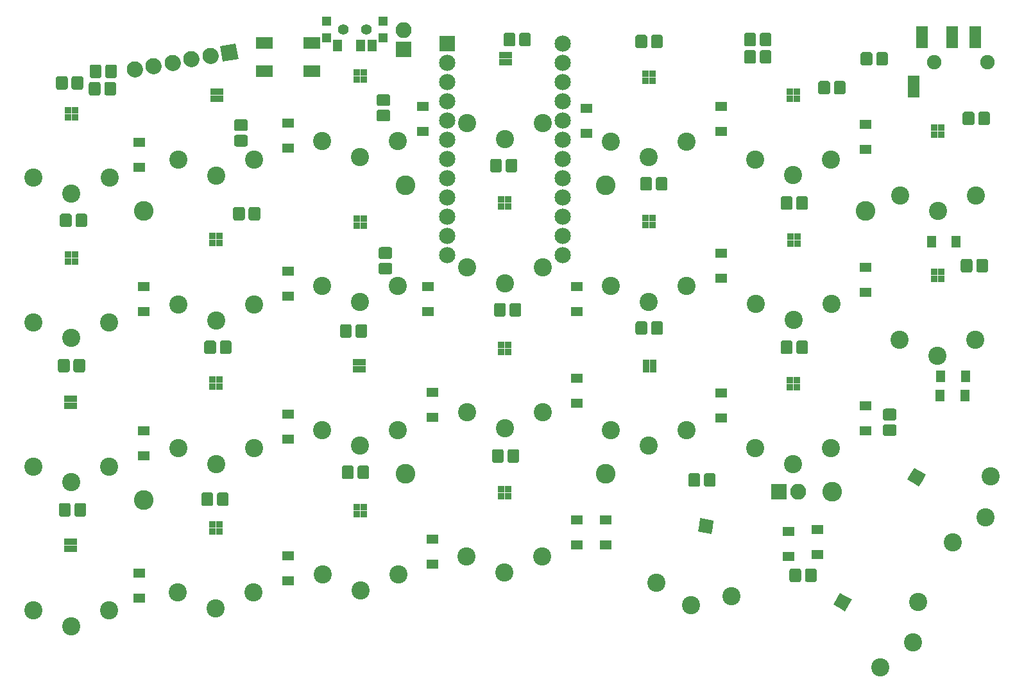
<source format=gbr>
G04 #@! TF.GenerationSoftware,KiCad,Pcbnew,(5.0.0)*
G04 #@! TF.CreationDate,2019-11-12T20:48:11-06:00*
G04 #@! TF.ProjectId,ErgoTravel,4572676F54726176656C2E6B69636164,rev?*
G04 #@! TF.SameCoordinates,Original*
G04 #@! TF.FileFunction,Soldermask,Bot*
G04 #@! TF.FilePolarity,Negative*
%FSLAX46Y46*%
G04 Gerber Fmt 4.6, Leading zero omitted, Abs format (unit mm)*
G04 Created by KiCad (PCBNEW (5.0.0)) date 11/12/19 20:48:11*
%MOMM*%
%LPD*%
G01*
G04 APERTURE LIST*
%ADD10C,2.400000*%
%ADD11R,2.200000X1.500000*%
%ADD12C,2.152600*%
%ADD13R,2.152600X2.152600*%
%ADD14C,2.100000*%
%ADD15C,2.100000*%
%ADD16C,0.100000*%
%ADD17C,1.550000*%
%ADD18C,1.400000*%
%ADD19R,1.300000X1.300000*%
%ADD20R,1.300000X1.650000*%
%ADD21R,1.600000X1.300000*%
%ADD22R,1.300000X1.600000*%
%ADD23R,0.900000X0.900000*%
%ADD24C,0.900000*%
%ADD25C,1.900000*%
%ADD26R,1.600000X2.900000*%
%ADD27C,2.600000*%
%ADD28R,2.100000X2.100000*%
%ADD29O,2.100000X2.100000*%
G04 APERTURE END LIST*
D10*
G04 #@! TO.C,K24*
X191193421Y-132450687D03*
X195512074Y-129170560D03*
X196193421Y-123790433D03*
G04 #@! TD*
D11*
G04 #@! TO.C,SW2*
X116130000Y-49966000D03*
X109930000Y-49966000D03*
X116130000Y-53666000D03*
X109930000Y-53666000D03*
G04 #@! TD*
D12*
G04 #@! TO.C,U1*
X149260038Y-50054000D03*
X149260038Y-52594000D03*
X149260038Y-55134000D03*
X149260038Y-57674000D03*
X149260038Y-60214000D03*
X149260038Y-62754000D03*
X149260038Y-65294000D03*
X149260038Y-67834000D03*
X149260038Y-70374000D03*
X149260038Y-72914000D03*
X149260038Y-75454000D03*
X149260038Y-77994000D03*
X134020038Y-77994000D03*
X134020038Y-75454000D03*
X134020038Y-72914000D03*
X134020038Y-70374000D03*
X134020038Y-67834000D03*
X134020038Y-65294000D03*
X134020038Y-62754000D03*
X134020038Y-60214000D03*
X134020038Y-57674000D03*
X134020038Y-55134000D03*
X134020038Y-52594000D03*
D13*
X134020038Y-50054000D03*
G04 #@! TD*
D14*
G04 #@! TO.C,J4*
X92748589Y-53455332D03*
D15*
X92748589Y-53455332D02*
X92748589Y-53455332D01*
D14*
X95250000Y-53014265D03*
D15*
X95250000Y-53014265D02*
X95250000Y-53014265D01*
D14*
X97751412Y-52573199D03*
D15*
X97751412Y-52573199D02*
X97751412Y-52573199D01*
D14*
X100252824Y-52132133D03*
D15*
X100252824Y-52132133D02*
X100252824Y-52132133D01*
D14*
X102754235Y-51691066D03*
D15*
X102754235Y-51691066D02*
X102754235Y-51691066D01*
D14*
X105255647Y-51250000D03*
D16*
G36*
X104039268Y-50398282D02*
X106107365Y-50033621D01*
X106472026Y-52101718D01*
X104403929Y-52466379D01*
X104039268Y-50398282D01*
X104039268Y-50398282D01*
G37*
G04 #@! TD*
G04 #@! TO.C,R3*
G36*
X176502071Y-48631623D02*
X176534781Y-48636475D01*
X176566857Y-48644509D01*
X176597991Y-48655649D01*
X176627884Y-48669787D01*
X176656247Y-48686787D01*
X176682807Y-48706485D01*
X176707308Y-48728692D01*
X176729515Y-48753193D01*
X176749213Y-48779753D01*
X176766213Y-48808116D01*
X176780351Y-48838009D01*
X176791491Y-48869143D01*
X176799525Y-48901219D01*
X176804377Y-48933929D01*
X176806000Y-48966956D01*
X176806000Y-50093044D01*
X176804377Y-50126071D01*
X176799525Y-50158781D01*
X176791491Y-50190857D01*
X176780351Y-50221991D01*
X176766213Y-50251884D01*
X176749213Y-50280247D01*
X176729515Y-50306807D01*
X176707308Y-50331308D01*
X176682807Y-50353515D01*
X176656247Y-50373213D01*
X176627884Y-50390213D01*
X176597991Y-50404351D01*
X176566857Y-50415491D01*
X176534781Y-50423525D01*
X176502071Y-50428377D01*
X176469044Y-50430000D01*
X175592956Y-50430000D01*
X175559929Y-50428377D01*
X175527219Y-50423525D01*
X175495143Y-50415491D01*
X175464009Y-50404351D01*
X175434116Y-50390213D01*
X175405753Y-50373213D01*
X175379193Y-50353515D01*
X175354692Y-50331308D01*
X175332485Y-50306807D01*
X175312787Y-50280247D01*
X175295787Y-50251884D01*
X175281649Y-50221991D01*
X175270509Y-50190857D01*
X175262475Y-50158781D01*
X175257623Y-50126071D01*
X175256000Y-50093044D01*
X175256000Y-48966956D01*
X175257623Y-48933929D01*
X175262475Y-48901219D01*
X175270509Y-48869143D01*
X175281649Y-48838009D01*
X175295787Y-48808116D01*
X175312787Y-48779753D01*
X175332485Y-48753193D01*
X175354692Y-48728692D01*
X175379193Y-48706485D01*
X175405753Y-48686787D01*
X175434116Y-48669787D01*
X175464009Y-48655649D01*
X175495143Y-48644509D01*
X175527219Y-48636475D01*
X175559929Y-48631623D01*
X175592956Y-48630000D01*
X176469044Y-48630000D01*
X176502071Y-48631623D01*
X176502071Y-48631623D01*
G37*
D17*
X176031000Y-49530000D03*
D16*
G36*
X174452071Y-48631623D02*
X174484781Y-48636475D01*
X174516857Y-48644509D01*
X174547991Y-48655649D01*
X174577884Y-48669787D01*
X174606247Y-48686787D01*
X174632807Y-48706485D01*
X174657308Y-48728692D01*
X174679515Y-48753193D01*
X174699213Y-48779753D01*
X174716213Y-48808116D01*
X174730351Y-48838009D01*
X174741491Y-48869143D01*
X174749525Y-48901219D01*
X174754377Y-48933929D01*
X174756000Y-48966956D01*
X174756000Y-50093044D01*
X174754377Y-50126071D01*
X174749525Y-50158781D01*
X174741491Y-50190857D01*
X174730351Y-50221991D01*
X174716213Y-50251884D01*
X174699213Y-50280247D01*
X174679515Y-50306807D01*
X174657308Y-50331308D01*
X174632807Y-50353515D01*
X174606247Y-50373213D01*
X174577884Y-50390213D01*
X174547991Y-50404351D01*
X174516857Y-50415491D01*
X174484781Y-50423525D01*
X174452071Y-50428377D01*
X174419044Y-50430000D01*
X173542956Y-50430000D01*
X173509929Y-50428377D01*
X173477219Y-50423525D01*
X173445143Y-50415491D01*
X173414009Y-50404351D01*
X173384116Y-50390213D01*
X173355753Y-50373213D01*
X173329193Y-50353515D01*
X173304692Y-50331308D01*
X173282485Y-50306807D01*
X173262787Y-50280247D01*
X173245787Y-50251884D01*
X173231649Y-50221991D01*
X173220509Y-50190857D01*
X173212475Y-50158781D01*
X173207623Y-50126071D01*
X173206000Y-50093044D01*
X173206000Y-48966956D01*
X173207623Y-48933929D01*
X173212475Y-48901219D01*
X173220509Y-48869143D01*
X173231649Y-48838009D01*
X173245787Y-48808116D01*
X173262787Y-48779753D01*
X173282485Y-48753193D01*
X173304692Y-48728692D01*
X173329193Y-48706485D01*
X173355753Y-48686787D01*
X173384116Y-48669787D01*
X173414009Y-48655649D01*
X173445143Y-48644509D01*
X173477219Y-48636475D01*
X173509929Y-48631623D01*
X173542956Y-48630000D01*
X174419044Y-48630000D01*
X174452071Y-48631623D01*
X174452071Y-48631623D01*
G37*
D17*
X173981000Y-49530000D03*
G04 #@! TD*
D16*
G04 #@! TO.C,R7*
G36*
X90133071Y-52822623D02*
X90165781Y-52827475D01*
X90197857Y-52835509D01*
X90228991Y-52846649D01*
X90258884Y-52860787D01*
X90287247Y-52877787D01*
X90313807Y-52897485D01*
X90338308Y-52919692D01*
X90360515Y-52944193D01*
X90380213Y-52970753D01*
X90397213Y-52999116D01*
X90411351Y-53029009D01*
X90422491Y-53060143D01*
X90430525Y-53092219D01*
X90435377Y-53124929D01*
X90437000Y-53157956D01*
X90437000Y-54284044D01*
X90435377Y-54317071D01*
X90430525Y-54349781D01*
X90422491Y-54381857D01*
X90411351Y-54412991D01*
X90397213Y-54442884D01*
X90380213Y-54471247D01*
X90360515Y-54497807D01*
X90338308Y-54522308D01*
X90313807Y-54544515D01*
X90287247Y-54564213D01*
X90258884Y-54581213D01*
X90228991Y-54595351D01*
X90197857Y-54606491D01*
X90165781Y-54614525D01*
X90133071Y-54619377D01*
X90100044Y-54621000D01*
X89223956Y-54621000D01*
X89190929Y-54619377D01*
X89158219Y-54614525D01*
X89126143Y-54606491D01*
X89095009Y-54595351D01*
X89065116Y-54581213D01*
X89036753Y-54564213D01*
X89010193Y-54544515D01*
X88985692Y-54522308D01*
X88963485Y-54497807D01*
X88943787Y-54471247D01*
X88926787Y-54442884D01*
X88912649Y-54412991D01*
X88901509Y-54381857D01*
X88893475Y-54349781D01*
X88888623Y-54317071D01*
X88887000Y-54284044D01*
X88887000Y-53157956D01*
X88888623Y-53124929D01*
X88893475Y-53092219D01*
X88901509Y-53060143D01*
X88912649Y-53029009D01*
X88926787Y-52999116D01*
X88943787Y-52970753D01*
X88963485Y-52944193D01*
X88985692Y-52919692D01*
X89010193Y-52897485D01*
X89036753Y-52877787D01*
X89065116Y-52860787D01*
X89095009Y-52846649D01*
X89126143Y-52835509D01*
X89158219Y-52827475D01*
X89190929Y-52822623D01*
X89223956Y-52821000D01*
X90100044Y-52821000D01*
X90133071Y-52822623D01*
X90133071Y-52822623D01*
G37*
D17*
X89662000Y-53721000D03*
D16*
G36*
X88083071Y-52822623D02*
X88115781Y-52827475D01*
X88147857Y-52835509D01*
X88178991Y-52846649D01*
X88208884Y-52860787D01*
X88237247Y-52877787D01*
X88263807Y-52897485D01*
X88288308Y-52919692D01*
X88310515Y-52944193D01*
X88330213Y-52970753D01*
X88347213Y-52999116D01*
X88361351Y-53029009D01*
X88372491Y-53060143D01*
X88380525Y-53092219D01*
X88385377Y-53124929D01*
X88387000Y-53157956D01*
X88387000Y-54284044D01*
X88385377Y-54317071D01*
X88380525Y-54349781D01*
X88372491Y-54381857D01*
X88361351Y-54412991D01*
X88347213Y-54442884D01*
X88330213Y-54471247D01*
X88310515Y-54497807D01*
X88288308Y-54522308D01*
X88263807Y-54544515D01*
X88237247Y-54564213D01*
X88208884Y-54581213D01*
X88178991Y-54595351D01*
X88147857Y-54606491D01*
X88115781Y-54614525D01*
X88083071Y-54619377D01*
X88050044Y-54621000D01*
X87173956Y-54621000D01*
X87140929Y-54619377D01*
X87108219Y-54614525D01*
X87076143Y-54606491D01*
X87045009Y-54595351D01*
X87015116Y-54581213D01*
X86986753Y-54564213D01*
X86960193Y-54544515D01*
X86935692Y-54522308D01*
X86913485Y-54497807D01*
X86893787Y-54471247D01*
X86876787Y-54442884D01*
X86862649Y-54412991D01*
X86851509Y-54381857D01*
X86843475Y-54349781D01*
X86838623Y-54317071D01*
X86837000Y-54284044D01*
X86837000Y-53157956D01*
X86838623Y-53124929D01*
X86843475Y-53092219D01*
X86851509Y-53060143D01*
X86862649Y-53029009D01*
X86876787Y-52999116D01*
X86893787Y-52970753D01*
X86913485Y-52944193D01*
X86935692Y-52919692D01*
X86960193Y-52897485D01*
X86986753Y-52877787D01*
X87015116Y-52860787D01*
X87045009Y-52846649D01*
X87076143Y-52835509D01*
X87108219Y-52827475D01*
X87140929Y-52822623D01*
X87173956Y-52821000D01*
X88050044Y-52821000D01*
X88083071Y-52822623D01*
X88083071Y-52822623D01*
G37*
D17*
X87612000Y-53721000D03*
G04 #@! TD*
D18*
G04 #@! TO.C,SW3*
X120329000Y-48217000D03*
X123329000Y-48217000D03*
G04 #@! TD*
D19*
G04 #@! TO.C,SW4*
X125529000Y-47117000D03*
X125529000Y-49317000D03*
X118129000Y-49317000D03*
X118129000Y-47117000D03*
D20*
X119579000Y-50292000D03*
X124079000Y-50292000D03*
X122579000Y-50292000D03*
D18*
X123329000Y-48217000D03*
X120329000Y-48217000D03*
G04 #@! TD*
D10*
G04 #@! TO.C,K1*
X79444288Y-67743812D03*
X84444288Y-69843812D03*
X89444288Y-67743812D03*
G04 #@! TD*
G04 #@! TO.C,K2*
X79424884Y-86855510D03*
X84424884Y-88955510D03*
X89424884Y-86855510D03*
G04 #@! TD*
G04 #@! TO.C,K3*
X79424884Y-105907670D03*
X84424884Y-108007670D03*
X89424884Y-105907670D03*
G04 #@! TD*
G04 #@! TO.C,K4*
X79424884Y-124900292D03*
X84424884Y-127000292D03*
X89424884Y-124900292D03*
G04 #@! TD*
G04 #@! TO.C,K5*
X98536582Y-65421830D03*
X103536582Y-67521830D03*
X108536582Y-65421830D03*
G04 #@! TD*
G04 #@! TO.C,K6*
X98536582Y-84533528D03*
X103536582Y-86633528D03*
X108536582Y-84533528D03*
G04 #@! TD*
G04 #@! TO.C,K7*
X98536582Y-103466612D03*
X103536582Y-105566612D03*
X108536582Y-103466612D03*
G04 #@! TD*
G04 #@! TO.C,K8*
X98477044Y-122578310D03*
X103477044Y-124678310D03*
X108477044Y-122578310D03*
G04 #@! TD*
G04 #@! TO.C,K9*
X117529204Y-62921234D03*
X122529204Y-65021234D03*
X127529204Y-62921234D03*
G04 #@! TD*
G04 #@! TO.C,K10*
X117529204Y-82092470D03*
X122529204Y-84192470D03*
X127529204Y-82092470D03*
G04 #@! TD*
G04 #@! TO.C,K11*
X117469666Y-101085092D03*
X122469666Y-103185092D03*
X127469666Y-101085092D03*
G04 #@! TD*
G04 #@! TO.C,K12*
X117569472Y-120196790D03*
X122569472Y-122296790D03*
X127569472Y-120196790D03*
G04 #@! TD*
G04 #@! TO.C,K13*
X136660172Y-60599252D03*
X141660172Y-62699252D03*
X146660172Y-60599252D03*
G04 #@! TD*
G04 #@! TO.C,K14*
X136621632Y-79651412D03*
X141621632Y-81751412D03*
X146621632Y-79651412D03*
G04 #@! TD*
G04 #@! TO.C,K15*
X136640902Y-98763110D03*
X141640902Y-100863110D03*
X146640902Y-98763110D03*
G04 #@! TD*
G04 #@! TO.C,K16*
X136581364Y-117815270D03*
X141581364Y-119915270D03*
X146581364Y-117815270D03*
G04 #@! TD*
G04 #@! TO.C,K17*
X155633524Y-62980772D03*
X160633524Y-65080772D03*
X165633524Y-62980772D03*
G04 #@! TD*
G04 #@! TO.C,K18*
X155633524Y-82092470D03*
X160633524Y-84192470D03*
X165633524Y-82092470D03*
G04 #@! TD*
G04 #@! TO.C,K19*
X155633524Y-101085092D03*
X160633524Y-103185092D03*
X165633524Y-101085092D03*
G04 #@! TD*
G04 #@! TO.C,K20*
X161658340Y-121295111D03*
X166217718Y-124231448D03*
X171506418Y-123031592D03*
G04 #@! TD*
G04 #@! TO.C,K21*
X174685684Y-65362292D03*
X179685684Y-67462292D03*
X184685684Y-65362292D03*
G04 #@! TD*
G04 #@! TO.C,K22*
X174745222Y-84473990D03*
X179745222Y-86573990D03*
X184745222Y-84473990D03*
G04 #@! TD*
G04 #@! TO.C,K23*
X174685684Y-103466612D03*
X179685684Y-105566612D03*
X184685684Y-103466612D03*
G04 #@! TD*
G04 #@! TO.C,K26*
X193777978Y-70092754D03*
X198777978Y-72192754D03*
X203777978Y-70092754D03*
G04 #@! TD*
G04 #@! TO.C,K27*
X193737844Y-89177492D03*
X198737844Y-91277492D03*
X203737844Y-89177492D03*
G04 #@! TD*
G04 #@! TO.C,K28*
X200758905Y-115905526D03*
X205077558Y-112625399D03*
X205758905Y-107245272D03*
G04 #@! TD*
D16*
G04 #@! TO.C,R1*
G36*
X174452071Y-50917623D02*
X174484781Y-50922475D01*
X174516857Y-50930509D01*
X174547991Y-50941649D01*
X174577884Y-50955787D01*
X174606247Y-50972787D01*
X174632807Y-50992485D01*
X174657308Y-51014692D01*
X174679515Y-51039193D01*
X174699213Y-51065753D01*
X174716213Y-51094116D01*
X174730351Y-51124009D01*
X174741491Y-51155143D01*
X174749525Y-51187219D01*
X174754377Y-51219929D01*
X174756000Y-51252956D01*
X174756000Y-52379044D01*
X174754377Y-52412071D01*
X174749525Y-52444781D01*
X174741491Y-52476857D01*
X174730351Y-52507991D01*
X174716213Y-52537884D01*
X174699213Y-52566247D01*
X174679515Y-52592807D01*
X174657308Y-52617308D01*
X174632807Y-52639515D01*
X174606247Y-52659213D01*
X174577884Y-52676213D01*
X174547991Y-52690351D01*
X174516857Y-52701491D01*
X174484781Y-52709525D01*
X174452071Y-52714377D01*
X174419044Y-52716000D01*
X173542956Y-52716000D01*
X173509929Y-52714377D01*
X173477219Y-52709525D01*
X173445143Y-52701491D01*
X173414009Y-52690351D01*
X173384116Y-52676213D01*
X173355753Y-52659213D01*
X173329193Y-52639515D01*
X173304692Y-52617308D01*
X173282485Y-52592807D01*
X173262787Y-52566247D01*
X173245787Y-52537884D01*
X173231649Y-52507991D01*
X173220509Y-52476857D01*
X173212475Y-52444781D01*
X173207623Y-52412071D01*
X173206000Y-52379044D01*
X173206000Y-51252956D01*
X173207623Y-51219929D01*
X173212475Y-51187219D01*
X173220509Y-51155143D01*
X173231649Y-51124009D01*
X173245787Y-51094116D01*
X173262787Y-51065753D01*
X173282485Y-51039193D01*
X173304692Y-51014692D01*
X173329193Y-50992485D01*
X173355753Y-50972787D01*
X173384116Y-50955787D01*
X173414009Y-50941649D01*
X173445143Y-50930509D01*
X173477219Y-50922475D01*
X173509929Y-50917623D01*
X173542956Y-50916000D01*
X174419044Y-50916000D01*
X174452071Y-50917623D01*
X174452071Y-50917623D01*
G37*
D17*
X173981000Y-51816000D03*
D16*
G36*
X176502071Y-50917623D02*
X176534781Y-50922475D01*
X176566857Y-50930509D01*
X176597991Y-50941649D01*
X176627884Y-50955787D01*
X176656247Y-50972787D01*
X176682807Y-50992485D01*
X176707308Y-51014692D01*
X176729515Y-51039193D01*
X176749213Y-51065753D01*
X176766213Y-51094116D01*
X176780351Y-51124009D01*
X176791491Y-51155143D01*
X176799525Y-51187219D01*
X176804377Y-51219929D01*
X176806000Y-51252956D01*
X176806000Y-52379044D01*
X176804377Y-52412071D01*
X176799525Y-52444781D01*
X176791491Y-52476857D01*
X176780351Y-52507991D01*
X176766213Y-52537884D01*
X176749213Y-52566247D01*
X176729515Y-52592807D01*
X176707308Y-52617308D01*
X176682807Y-52639515D01*
X176656247Y-52659213D01*
X176627884Y-52676213D01*
X176597991Y-52690351D01*
X176566857Y-52701491D01*
X176534781Y-52709525D01*
X176502071Y-52714377D01*
X176469044Y-52716000D01*
X175592956Y-52716000D01*
X175559929Y-52714377D01*
X175527219Y-52709525D01*
X175495143Y-52701491D01*
X175464009Y-52690351D01*
X175434116Y-52676213D01*
X175405753Y-52659213D01*
X175379193Y-52639515D01*
X175354692Y-52617308D01*
X175332485Y-52592807D01*
X175312787Y-52566247D01*
X175295787Y-52537884D01*
X175281649Y-52507991D01*
X175270509Y-52476857D01*
X175262475Y-52444781D01*
X175257623Y-52412071D01*
X175256000Y-52379044D01*
X175256000Y-51252956D01*
X175257623Y-51219929D01*
X175262475Y-51187219D01*
X175270509Y-51155143D01*
X175281649Y-51124009D01*
X175295787Y-51094116D01*
X175312787Y-51065753D01*
X175332485Y-51039193D01*
X175354692Y-51014692D01*
X175379193Y-50992485D01*
X175405753Y-50972787D01*
X175434116Y-50955787D01*
X175464009Y-50941649D01*
X175495143Y-50930509D01*
X175527219Y-50922475D01*
X175559929Y-50917623D01*
X175592956Y-50916000D01*
X176469044Y-50916000D01*
X176502071Y-50917623D01*
X176502071Y-50917623D01*
G37*
D17*
X176031000Y-51816000D03*
G04 #@! TD*
D16*
G04 #@! TO.C,R5*
G36*
X189819071Y-51171623D02*
X189851781Y-51176475D01*
X189883857Y-51184509D01*
X189914991Y-51195649D01*
X189944884Y-51209787D01*
X189973247Y-51226787D01*
X189999807Y-51246485D01*
X190024308Y-51268692D01*
X190046515Y-51293193D01*
X190066213Y-51319753D01*
X190083213Y-51348116D01*
X190097351Y-51378009D01*
X190108491Y-51409143D01*
X190116525Y-51441219D01*
X190121377Y-51473929D01*
X190123000Y-51506956D01*
X190123000Y-52633044D01*
X190121377Y-52666071D01*
X190116525Y-52698781D01*
X190108491Y-52730857D01*
X190097351Y-52761991D01*
X190083213Y-52791884D01*
X190066213Y-52820247D01*
X190046515Y-52846807D01*
X190024308Y-52871308D01*
X189999807Y-52893515D01*
X189973247Y-52913213D01*
X189944884Y-52930213D01*
X189914991Y-52944351D01*
X189883857Y-52955491D01*
X189851781Y-52963525D01*
X189819071Y-52968377D01*
X189786044Y-52970000D01*
X188909956Y-52970000D01*
X188876929Y-52968377D01*
X188844219Y-52963525D01*
X188812143Y-52955491D01*
X188781009Y-52944351D01*
X188751116Y-52930213D01*
X188722753Y-52913213D01*
X188696193Y-52893515D01*
X188671692Y-52871308D01*
X188649485Y-52846807D01*
X188629787Y-52820247D01*
X188612787Y-52791884D01*
X188598649Y-52761991D01*
X188587509Y-52730857D01*
X188579475Y-52698781D01*
X188574623Y-52666071D01*
X188573000Y-52633044D01*
X188573000Y-51506956D01*
X188574623Y-51473929D01*
X188579475Y-51441219D01*
X188587509Y-51409143D01*
X188598649Y-51378009D01*
X188612787Y-51348116D01*
X188629787Y-51319753D01*
X188649485Y-51293193D01*
X188671692Y-51268692D01*
X188696193Y-51246485D01*
X188722753Y-51226787D01*
X188751116Y-51209787D01*
X188781009Y-51195649D01*
X188812143Y-51184509D01*
X188844219Y-51176475D01*
X188876929Y-51171623D01*
X188909956Y-51170000D01*
X189786044Y-51170000D01*
X189819071Y-51171623D01*
X189819071Y-51171623D01*
G37*
D17*
X189348000Y-52070000D03*
D16*
G36*
X191869071Y-51171623D02*
X191901781Y-51176475D01*
X191933857Y-51184509D01*
X191964991Y-51195649D01*
X191994884Y-51209787D01*
X192023247Y-51226787D01*
X192049807Y-51246485D01*
X192074308Y-51268692D01*
X192096515Y-51293193D01*
X192116213Y-51319753D01*
X192133213Y-51348116D01*
X192147351Y-51378009D01*
X192158491Y-51409143D01*
X192166525Y-51441219D01*
X192171377Y-51473929D01*
X192173000Y-51506956D01*
X192173000Y-52633044D01*
X192171377Y-52666071D01*
X192166525Y-52698781D01*
X192158491Y-52730857D01*
X192147351Y-52761991D01*
X192133213Y-52791884D01*
X192116213Y-52820247D01*
X192096515Y-52846807D01*
X192074308Y-52871308D01*
X192049807Y-52893515D01*
X192023247Y-52913213D01*
X191994884Y-52930213D01*
X191964991Y-52944351D01*
X191933857Y-52955491D01*
X191901781Y-52963525D01*
X191869071Y-52968377D01*
X191836044Y-52970000D01*
X190959956Y-52970000D01*
X190926929Y-52968377D01*
X190894219Y-52963525D01*
X190862143Y-52955491D01*
X190831009Y-52944351D01*
X190801116Y-52930213D01*
X190772753Y-52913213D01*
X190746193Y-52893515D01*
X190721692Y-52871308D01*
X190699485Y-52846807D01*
X190679787Y-52820247D01*
X190662787Y-52791884D01*
X190648649Y-52761991D01*
X190637509Y-52730857D01*
X190629475Y-52698781D01*
X190624623Y-52666071D01*
X190623000Y-52633044D01*
X190623000Y-51506956D01*
X190624623Y-51473929D01*
X190629475Y-51441219D01*
X190637509Y-51409143D01*
X190648649Y-51378009D01*
X190662787Y-51348116D01*
X190679787Y-51319753D01*
X190699485Y-51293193D01*
X190721692Y-51268692D01*
X190746193Y-51246485D01*
X190772753Y-51226787D01*
X190801116Y-51209787D01*
X190831009Y-51195649D01*
X190862143Y-51184509D01*
X190894219Y-51176475D01*
X190926929Y-51171623D01*
X190959956Y-51170000D01*
X191836044Y-51170000D01*
X191869071Y-51171623D01*
X191869071Y-51171623D01*
G37*
D17*
X191398000Y-52070000D03*
G04 #@! TD*
D16*
G04 #@! TO.C,C1*
G36*
X180421618Y-119370620D02*
X180454269Y-119375463D01*
X180486287Y-119383483D01*
X180517366Y-119394603D01*
X180547204Y-119408716D01*
X180575516Y-119425685D01*
X180602028Y-119445348D01*
X180626485Y-119467515D01*
X180648652Y-119491972D01*
X180668315Y-119518484D01*
X180685284Y-119546796D01*
X180699397Y-119576634D01*
X180710517Y-119607713D01*
X180718537Y-119639731D01*
X180723380Y-119672382D01*
X180725000Y-119705350D01*
X180725000Y-120832650D01*
X180723380Y-120865618D01*
X180718537Y-120898269D01*
X180710517Y-120930287D01*
X180699397Y-120961366D01*
X180685284Y-120991204D01*
X180668315Y-121019516D01*
X180648652Y-121046028D01*
X180626485Y-121070485D01*
X180602028Y-121092652D01*
X180575516Y-121112315D01*
X180547204Y-121129284D01*
X180517366Y-121143397D01*
X180486287Y-121154517D01*
X180454269Y-121162537D01*
X180421618Y-121167380D01*
X180388650Y-121169000D01*
X179511350Y-121169000D01*
X179478382Y-121167380D01*
X179445731Y-121162537D01*
X179413713Y-121154517D01*
X179382634Y-121143397D01*
X179352796Y-121129284D01*
X179324484Y-121112315D01*
X179297972Y-121092652D01*
X179273515Y-121070485D01*
X179251348Y-121046028D01*
X179231685Y-121019516D01*
X179214716Y-120991204D01*
X179200603Y-120961366D01*
X179189483Y-120930287D01*
X179181463Y-120898269D01*
X179176620Y-120865618D01*
X179175000Y-120832650D01*
X179175000Y-119705350D01*
X179176620Y-119672382D01*
X179181463Y-119639731D01*
X179189483Y-119607713D01*
X179200603Y-119576634D01*
X179214716Y-119546796D01*
X179231685Y-119518484D01*
X179251348Y-119491972D01*
X179273515Y-119467515D01*
X179297972Y-119445348D01*
X179324484Y-119425685D01*
X179352796Y-119408716D01*
X179382634Y-119394603D01*
X179413713Y-119383483D01*
X179445731Y-119375463D01*
X179478382Y-119370620D01*
X179511350Y-119369000D01*
X180388650Y-119369000D01*
X180421618Y-119370620D01*
X180421618Y-119370620D01*
G37*
D17*
X179950000Y-120269000D03*
D16*
G36*
X182471618Y-119370620D02*
X182504269Y-119375463D01*
X182536287Y-119383483D01*
X182567366Y-119394603D01*
X182597204Y-119408716D01*
X182625516Y-119425685D01*
X182652028Y-119445348D01*
X182676485Y-119467515D01*
X182698652Y-119491972D01*
X182718315Y-119518484D01*
X182735284Y-119546796D01*
X182749397Y-119576634D01*
X182760517Y-119607713D01*
X182768537Y-119639731D01*
X182773380Y-119672382D01*
X182775000Y-119705350D01*
X182775000Y-120832650D01*
X182773380Y-120865618D01*
X182768537Y-120898269D01*
X182760517Y-120930287D01*
X182749397Y-120961366D01*
X182735284Y-120991204D01*
X182718315Y-121019516D01*
X182698652Y-121046028D01*
X182676485Y-121070485D01*
X182652028Y-121092652D01*
X182625516Y-121112315D01*
X182597204Y-121129284D01*
X182567366Y-121143397D01*
X182536287Y-121154517D01*
X182504269Y-121162537D01*
X182471618Y-121167380D01*
X182438650Y-121169000D01*
X181561350Y-121169000D01*
X181528382Y-121167380D01*
X181495731Y-121162537D01*
X181463713Y-121154517D01*
X181432634Y-121143397D01*
X181402796Y-121129284D01*
X181374484Y-121112315D01*
X181347972Y-121092652D01*
X181323515Y-121070485D01*
X181301348Y-121046028D01*
X181281685Y-121019516D01*
X181264716Y-120991204D01*
X181250603Y-120961366D01*
X181239483Y-120930287D01*
X181231463Y-120898269D01*
X181226620Y-120865618D01*
X181225000Y-120832650D01*
X181225000Y-119705350D01*
X181226620Y-119672382D01*
X181231463Y-119639731D01*
X181239483Y-119607713D01*
X181250603Y-119576634D01*
X181264716Y-119546796D01*
X181281685Y-119518484D01*
X181301348Y-119491972D01*
X181323515Y-119467515D01*
X181347972Y-119445348D01*
X181374484Y-119425685D01*
X181402796Y-119408716D01*
X181432634Y-119394603D01*
X181463713Y-119383483D01*
X181495731Y-119375463D01*
X181528382Y-119370620D01*
X181561350Y-119369000D01*
X182438650Y-119369000D01*
X182471618Y-119370620D01*
X182471618Y-119370620D01*
G37*
D17*
X182000000Y-120269000D03*
G04 #@! TD*
D16*
G04 #@! TO.C,C2*
G36*
X186281618Y-54981620D02*
X186314269Y-54986463D01*
X186346287Y-54994483D01*
X186377366Y-55005603D01*
X186407204Y-55019716D01*
X186435516Y-55036685D01*
X186462028Y-55056348D01*
X186486485Y-55078515D01*
X186508652Y-55102972D01*
X186528315Y-55129484D01*
X186545284Y-55157796D01*
X186559397Y-55187634D01*
X186570517Y-55218713D01*
X186578537Y-55250731D01*
X186583380Y-55283382D01*
X186585000Y-55316350D01*
X186585000Y-56443650D01*
X186583380Y-56476618D01*
X186578537Y-56509269D01*
X186570517Y-56541287D01*
X186559397Y-56572366D01*
X186545284Y-56602204D01*
X186528315Y-56630516D01*
X186508652Y-56657028D01*
X186486485Y-56681485D01*
X186462028Y-56703652D01*
X186435516Y-56723315D01*
X186407204Y-56740284D01*
X186377366Y-56754397D01*
X186346287Y-56765517D01*
X186314269Y-56773537D01*
X186281618Y-56778380D01*
X186248650Y-56780000D01*
X185371350Y-56780000D01*
X185338382Y-56778380D01*
X185305731Y-56773537D01*
X185273713Y-56765517D01*
X185242634Y-56754397D01*
X185212796Y-56740284D01*
X185184484Y-56723315D01*
X185157972Y-56703652D01*
X185133515Y-56681485D01*
X185111348Y-56657028D01*
X185091685Y-56630516D01*
X185074716Y-56602204D01*
X185060603Y-56572366D01*
X185049483Y-56541287D01*
X185041463Y-56509269D01*
X185036620Y-56476618D01*
X185035000Y-56443650D01*
X185035000Y-55316350D01*
X185036620Y-55283382D01*
X185041463Y-55250731D01*
X185049483Y-55218713D01*
X185060603Y-55187634D01*
X185074716Y-55157796D01*
X185091685Y-55129484D01*
X185111348Y-55102972D01*
X185133515Y-55078515D01*
X185157972Y-55056348D01*
X185184484Y-55036685D01*
X185212796Y-55019716D01*
X185242634Y-55005603D01*
X185273713Y-54994483D01*
X185305731Y-54986463D01*
X185338382Y-54981620D01*
X185371350Y-54980000D01*
X186248650Y-54980000D01*
X186281618Y-54981620D01*
X186281618Y-54981620D01*
G37*
D17*
X185810000Y-55880000D03*
D16*
G36*
X184231618Y-54981620D02*
X184264269Y-54986463D01*
X184296287Y-54994483D01*
X184327366Y-55005603D01*
X184357204Y-55019716D01*
X184385516Y-55036685D01*
X184412028Y-55056348D01*
X184436485Y-55078515D01*
X184458652Y-55102972D01*
X184478315Y-55129484D01*
X184495284Y-55157796D01*
X184509397Y-55187634D01*
X184520517Y-55218713D01*
X184528537Y-55250731D01*
X184533380Y-55283382D01*
X184535000Y-55316350D01*
X184535000Y-56443650D01*
X184533380Y-56476618D01*
X184528537Y-56509269D01*
X184520517Y-56541287D01*
X184509397Y-56572366D01*
X184495284Y-56602204D01*
X184478315Y-56630516D01*
X184458652Y-56657028D01*
X184436485Y-56681485D01*
X184412028Y-56703652D01*
X184385516Y-56723315D01*
X184357204Y-56740284D01*
X184327366Y-56754397D01*
X184296287Y-56765517D01*
X184264269Y-56773537D01*
X184231618Y-56778380D01*
X184198650Y-56780000D01*
X183321350Y-56780000D01*
X183288382Y-56778380D01*
X183255731Y-56773537D01*
X183223713Y-56765517D01*
X183192634Y-56754397D01*
X183162796Y-56740284D01*
X183134484Y-56723315D01*
X183107972Y-56703652D01*
X183083515Y-56681485D01*
X183061348Y-56657028D01*
X183041685Y-56630516D01*
X183024716Y-56602204D01*
X183010603Y-56572366D01*
X182999483Y-56541287D01*
X182991463Y-56509269D01*
X182986620Y-56476618D01*
X182985000Y-56443650D01*
X182985000Y-55316350D01*
X182986620Y-55283382D01*
X182991463Y-55250731D01*
X182999483Y-55218713D01*
X183010603Y-55187634D01*
X183024716Y-55157796D01*
X183041685Y-55129484D01*
X183061348Y-55102972D01*
X183083515Y-55078515D01*
X183107972Y-55056348D01*
X183134484Y-55036685D01*
X183162796Y-55019716D01*
X183192634Y-55005603D01*
X183223713Y-54994483D01*
X183255731Y-54986463D01*
X183288382Y-54981620D01*
X183321350Y-54980000D01*
X184198650Y-54980000D01*
X184231618Y-54981620D01*
X184231618Y-54981620D01*
G37*
D17*
X183760000Y-55880000D03*
G04 #@! TD*
D16*
G04 #@! TO.C,C3*
G36*
X126199618Y-58798620D02*
X126232269Y-58803463D01*
X126264287Y-58811483D01*
X126295366Y-58822603D01*
X126325204Y-58836716D01*
X126353516Y-58853685D01*
X126380028Y-58873348D01*
X126404485Y-58895515D01*
X126426652Y-58919972D01*
X126446315Y-58946484D01*
X126463284Y-58974796D01*
X126477397Y-59004634D01*
X126488517Y-59035713D01*
X126496537Y-59067731D01*
X126501380Y-59100382D01*
X126503000Y-59133350D01*
X126503000Y-60010650D01*
X126501380Y-60043618D01*
X126496537Y-60076269D01*
X126488517Y-60108287D01*
X126477397Y-60139366D01*
X126463284Y-60169204D01*
X126446315Y-60197516D01*
X126426652Y-60224028D01*
X126404485Y-60248485D01*
X126380028Y-60270652D01*
X126353516Y-60290315D01*
X126325204Y-60307284D01*
X126295366Y-60321397D01*
X126264287Y-60332517D01*
X126232269Y-60340537D01*
X126199618Y-60345380D01*
X126166650Y-60347000D01*
X125039350Y-60347000D01*
X125006382Y-60345380D01*
X124973731Y-60340537D01*
X124941713Y-60332517D01*
X124910634Y-60321397D01*
X124880796Y-60307284D01*
X124852484Y-60290315D01*
X124825972Y-60270652D01*
X124801515Y-60248485D01*
X124779348Y-60224028D01*
X124759685Y-60197516D01*
X124742716Y-60169204D01*
X124728603Y-60139366D01*
X124717483Y-60108287D01*
X124709463Y-60076269D01*
X124704620Y-60043618D01*
X124703000Y-60010650D01*
X124703000Y-59133350D01*
X124704620Y-59100382D01*
X124709463Y-59067731D01*
X124717483Y-59035713D01*
X124728603Y-59004634D01*
X124742716Y-58974796D01*
X124759685Y-58946484D01*
X124779348Y-58919972D01*
X124801515Y-58895515D01*
X124825972Y-58873348D01*
X124852484Y-58853685D01*
X124880796Y-58836716D01*
X124910634Y-58822603D01*
X124941713Y-58811483D01*
X124973731Y-58803463D01*
X125006382Y-58798620D01*
X125039350Y-58797000D01*
X126166650Y-58797000D01*
X126199618Y-58798620D01*
X126199618Y-58798620D01*
G37*
D17*
X125603000Y-59572000D03*
D16*
G36*
X126199618Y-56748620D02*
X126232269Y-56753463D01*
X126264287Y-56761483D01*
X126295366Y-56772603D01*
X126325204Y-56786716D01*
X126353516Y-56803685D01*
X126380028Y-56823348D01*
X126404485Y-56845515D01*
X126426652Y-56869972D01*
X126446315Y-56896484D01*
X126463284Y-56924796D01*
X126477397Y-56954634D01*
X126488517Y-56985713D01*
X126496537Y-57017731D01*
X126501380Y-57050382D01*
X126503000Y-57083350D01*
X126503000Y-57960650D01*
X126501380Y-57993618D01*
X126496537Y-58026269D01*
X126488517Y-58058287D01*
X126477397Y-58089366D01*
X126463284Y-58119204D01*
X126446315Y-58147516D01*
X126426652Y-58174028D01*
X126404485Y-58198485D01*
X126380028Y-58220652D01*
X126353516Y-58240315D01*
X126325204Y-58257284D01*
X126295366Y-58271397D01*
X126264287Y-58282517D01*
X126232269Y-58290537D01*
X126199618Y-58295380D01*
X126166650Y-58297000D01*
X125039350Y-58297000D01*
X125006382Y-58295380D01*
X124973731Y-58290537D01*
X124941713Y-58282517D01*
X124910634Y-58271397D01*
X124880796Y-58257284D01*
X124852484Y-58240315D01*
X124825972Y-58220652D01*
X124801515Y-58198485D01*
X124779348Y-58174028D01*
X124759685Y-58147516D01*
X124742716Y-58119204D01*
X124728603Y-58089366D01*
X124717483Y-58058287D01*
X124709463Y-58026269D01*
X124704620Y-57993618D01*
X124703000Y-57960650D01*
X124703000Y-57083350D01*
X124704620Y-57050382D01*
X124709463Y-57017731D01*
X124717483Y-56985713D01*
X124728603Y-56954634D01*
X124742716Y-56924796D01*
X124759685Y-56896484D01*
X124779348Y-56869972D01*
X124801515Y-56845515D01*
X124825972Y-56823348D01*
X124852484Y-56803685D01*
X124880796Y-56786716D01*
X124910634Y-56772603D01*
X124941713Y-56761483D01*
X124973731Y-56753463D01*
X125006382Y-56748620D01*
X125039350Y-56747000D01*
X126166650Y-56747000D01*
X126199618Y-56748620D01*
X126199618Y-56748620D01*
G37*
D17*
X125603000Y-57522000D03*
G04 #@! TD*
D16*
G04 #@! TO.C,C4*
G36*
X179278618Y-89271620D02*
X179311269Y-89276463D01*
X179343287Y-89284483D01*
X179374366Y-89295603D01*
X179404204Y-89309716D01*
X179432516Y-89326685D01*
X179459028Y-89346348D01*
X179483485Y-89368515D01*
X179505652Y-89392972D01*
X179525315Y-89419484D01*
X179542284Y-89447796D01*
X179556397Y-89477634D01*
X179567517Y-89508713D01*
X179575537Y-89540731D01*
X179580380Y-89573382D01*
X179582000Y-89606350D01*
X179582000Y-90733650D01*
X179580380Y-90766618D01*
X179575537Y-90799269D01*
X179567517Y-90831287D01*
X179556397Y-90862366D01*
X179542284Y-90892204D01*
X179525315Y-90920516D01*
X179505652Y-90947028D01*
X179483485Y-90971485D01*
X179459028Y-90993652D01*
X179432516Y-91013315D01*
X179404204Y-91030284D01*
X179374366Y-91044397D01*
X179343287Y-91055517D01*
X179311269Y-91063537D01*
X179278618Y-91068380D01*
X179245650Y-91070000D01*
X178368350Y-91070000D01*
X178335382Y-91068380D01*
X178302731Y-91063537D01*
X178270713Y-91055517D01*
X178239634Y-91044397D01*
X178209796Y-91030284D01*
X178181484Y-91013315D01*
X178154972Y-90993652D01*
X178130515Y-90971485D01*
X178108348Y-90947028D01*
X178088685Y-90920516D01*
X178071716Y-90892204D01*
X178057603Y-90862366D01*
X178046483Y-90831287D01*
X178038463Y-90799269D01*
X178033620Y-90766618D01*
X178032000Y-90733650D01*
X178032000Y-89606350D01*
X178033620Y-89573382D01*
X178038463Y-89540731D01*
X178046483Y-89508713D01*
X178057603Y-89477634D01*
X178071716Y-89447796D01*
X178088685Y-89419484D01*
X178108348Y-89392972D01*
X178130515Y-89368515D01*
X178154972Y-89346348D01*
X178181484Y-89326685D01*
X178209796Y-89309716D01*
X178239634Y-89295603D01*
X178270713Y-89284483D01*
X178302731Y-89276463D01*
X178335382Y-89271620D01*
X178368350Y-89270000D01*
X179245650Y-89270000D01*
X179278618Y-89271620D01*
X179278618Y-89271620D01*
G37*
D17*
X178807000Y-90170000D03*
D16*
G36*
X181328618Y-89271620D02*
X181361269Y-89276463D01*
X181393287Y-89284483D01*
X181424366Y-89295603D01*
X181454204Y-89309716D01*
X181482516Y-89326685D01*
X181509028Y-89346348D01*
X181533485Y-89368515D01*
X181555652Y-89392972D01*
X181575315Y-89419484D01*
X181592284Y-89447796D01*
X181606397Y-89477634D01*
X181617517Y-89508713D01*
X181625537Y-89540731D01*
X181630380Y-89573382D01*
X181632000Y-89606350D01*
X181632000Y-90733650D01*
X181630380Y-90766618D01*
X181625537Y-90799269D01*
X181617517Y-90831287D01*
X181606397Y-90862366D01*
X181592284Y-90892204D01*
X181575315Y-90920516D01*
X181555652Y-90947028D01*
X181533485Y-90971485D01*
X181509028Y-90993652D01*
X181482516Y-91013315D01*
X181454204Y-91030284D01*
X181424366Y-91044397D01*
X181393287Y-91055517D01*
X181361269Y-91063537D01*
X181328618Y-91068380D01*
X181295650Y-91070000D01*
X180418350Y-91070000D01*
X180385382Y-91068380D01*
X180352731Y-91063537D01*
X180320713Y-91055517D01*
X180289634Y-91044397D01*
X180259796Y-91030284D01*
X180231484Y-91013315D01*
X180204972Y-90993652D01*
X180180515Y-90971485D01*
X180158348Y-90947028D01*
X180138685Y-90920516D01*
X180121716Y-90892204D01*
X180107603Y-90862366D01*
X180096483Y-90831287D01*
X180088463Y-90799269D01*
X180083620Y-90766618D01*
X180082000Y-90733650D01*
X180082000Y-89606350D01*
X180083620Y-89573382D01*
X180088463Y-89540731D01*
X180096483Y-89508713D01*
X180107603Y-89477634D01*
X180121716Y-89447796D01*
X180138685Y-89419484D01*
X180158348Y-89392972D01*
X180180515Y-89368515D01*
X180204972Y-89346348D01*
X180231484Y-89326685D01*
X180259796Y-89309716D01*
X180289634Y-89295603D01*
X180320713Y-89284483D01*
X180352731Y-89276463D01*
X180385382Y-89271620D01*
X180418350Y-89270000D01*
X181295650Y-89270000D01*
X181328618Y-89271620D01*
X181328618Y-89271620D01*
G37*
D17*
X180857000Y-90170000D03*
G04 #@! TD*
D16*
G04 #@! TO.C,C5*
G36*
X179269618Y-70221620D02*
X179302269Y-70226463D01*
X179334287Y-70234483D01*
X179365366Y-70245603D01*
X179395204Y-70259716D01*
X179423516Y-70276685D01*
X179450028Y-70296348D01*
X179474485Y-70318515D01*
X179496652Y-70342972D01*
X179516315Y-70369484D01*
X179533284Y-70397796D01*
X179547397Y-70427634D01*
X179558517Y-70458713D01*
X179566537Y-70490731D01*
X179571380Y-70523382D01*
X179573000Y-70556350D01*
X179573000Y-71683650D01*
X179571380Y-71716618D01*
X179566537Y-71749269D01*
X179558517Y-71781287D01*
X179547397Y-71812366D01*
X179533284Y-71842204D01*
X179516315Y-71870516D01*
X179496652Y-71897028D01*
X179474485Y-71921485D01*
X179450028Y-71943652D01*
X179423516Y-71963315D01*
X179395204Y-71980284D01*
X179365366Y-71994397D01*
X179334287Y-72005517D01*
X179302269Y-72013537D01*
X179269618Y-72018380D01*
X179236650Y-72020000D01*
X178359350Y-72020000D01*
X178326382Y-72018380D01*
X178293731Y-72013537D01*
X178261713Y-72005517D01*
X178230634Y-71994397D01*
X178200796Y-71980284D01*
X178172484Y-71963315D01*
X178145972Y-71943652D01*
X178121515Y-71921485D01*
X178099348Y-71897028D01*
X178079685Y-71870516D01*
X178062716Y-71842204D01*
X178048603Y-71812366D01*
X178037483Y-71781287D01*
X178029463Y-71749269D01*
X178024620Y-71716618D01*
X178023000Y-71683650D01*
X178023000Y-70556350D01*
X178024620Y-70523382D01*
X178029463Y-70490731D01*
X178037483Y-70458713D01*
X178048603Y-70427634D01*
X178062716Y-70397796D01*
X178079685Y-70369484D01*
X178099348Y-70342972D01*
X178121515Y-70318515D01*
X178145972Y-70296348D01*
X178172484Y-70276685D01*
X178200796Y-70259716D01*
X178230634Y-70245603D01*
X178261713Y-70234483D01*
X178293731Y-70226463D01*
X178326382Y-70221620D01*
X178359350Y-70220000D01*
X179236650Y-70220000D01*
X179269618Y-70221620D01*
X179269618Y-70221620D01*
G37*
D17*
X178798000Y-71120000D03*
D16*
G36*
X181319618Y-70221620D02*
X181352269Y-70226463D01*
X181384287Y-70234483D01*
X181415366Y-70245603D01*
X181445204Y-70259716D01*
X181473516Y-70276685D01*
X181500028Y-70296348D01*
X181524485Y-70318515D01*
X181546652Y-70342972D01*
X181566315Y-70369484D01*
X181583284Y-70397796D01*
X181597397Y-70427634D01*
X181608517Y-70458713D01*
X181616537Y-70490731D01*
X181621380Y-70523382D01*
X181623000Y-70556350D01*
X181623000Y-71683650D01*
X181621380Y-71716618D01*
X181616537Y-71749269D01*
X181608517Y-71781287D01*
X181597397Y-71812366D01*
X181583284Y-71842204D01*
X181566315Y-71870516D01*
X181546652Y-71897028D01*
X181524485Y-71921485D01*
X181500028Y-71943652D01*
X181473516Y-71963315D01*
X181445204Y-71980284D01*
X181415366Y-71994397D01*
X181384287Y-72005517D01*
X181352269Y-72013537D01*
X181319618Y-72018380D01*
X181286650Y-72020000D01*
X180409350Y-72020000D01*
X180376382Y-72018380D01*
X180343731Y-72013537D01*
X180311713Y-72005517D01*
X180280634Y-71994397D01*
X180250796Y-71980284D01*
X180222484Y-71963315D01*
X180195972Y-71943652D01*
X180171515Y-71921485D01*
X180149348Y-71897028D01*
X180129685Y-71870516D01*
X180112716Y-71842204D01*
X180098603Y-71812366D01*
X180087483Y-71781287D01*
X180079463Y-71749269D01*
X180074620Y-71716618D01*
X180073000Y-71683650D01*
X180073000Y-70556350D01*
X180074620Y-70523382D01*
X180079463Y-70490731D01*
X180087483Y-70458713D01*
X180098603Y-70427634D01*
X180112716Y-70397796D01*
X180129685Y-70369484D01*
X180149348Y-70342972D01*
X180171515Y-70318515D01*
X180195972Y-70296348D01*
X180222484Y-70276685D01*
X180250796Y-70259716D01*
X180280634Y-70245603D01*
X180311713Y-70234483D01*
X180343731Y-70226463D01*
X180376382Y-70221620D01*
X180409350Y-70220000D01*
X181286650Y-70220000D01*
X181319618Y-70221620D01*
X181319618Y-70221620D01*
G37*
D17*
X180848000Y-71120000D03*
G04 #@! TD*
D16*
G04 #@! TO.C,C6*
G36*
X126453618Y-78991620D02*
X126486269Y-78996463D01*
X126518287Y-79004483D01*
X126549366Y-79015603D01*
X126579204Y-79029716D01*
X126607516Y-79046685D01*
X126634028Y-79066348D01*
X126658485Y-79088515D01*
X126680652Y-79112972D01*
X126700315Y-79139484D01*
X126717284Y-79167796D01*
X126731397Y-79197634D01*
X126742517Y-79228713D01*
X126750537Y-79260731D01*
X126755380Y-79293382D01*
X126757000Y-79326350D01*
X126757000Y-80203650D01*
X126755380Y-80236618D01*
X126750537Y-80269269D01*
X126742517Y-80301287D01*
X126731397Y-80332366D01*
X126717284Y-80362204D01*
X126700315Y-80390516D01*
X126680652Y-80417028D01*
X126658485Y-80441485D01*
X126634028Y-80463652D01*
X126607516Y-80483315D01*
X126579204Y-80500284D01*
X126549366Y-80514397D01*
X126518287Y-80525517D01*
X126486269Y-80533537D01*
X126453618Y-80538380D01*
X126420650Y-80540000D01*
X125293350Y-80540000D01*
X125260382Y-80538380D01*
X125227731Y-80533537D01*
X125195713Y-80525517D01*
X125164634Y-80514397D01*
X125134796Y-80500284D01*
X125106484Y-80483315D01*
X125079972Y-80463652D01*
X125055515Y-80441485D01*
X125033348Y-80417028D01*
X125013685Y-80390516D01*
X124996716Y-80362204D01*
X124982603Y-80332366D01*
X124971483Y-80301287D01*
X124963463Y-80269269D01*
X124958620Y-80236618D01*
X124957000Y-80203650D01*
X124957000Y-79326350D01*
X124958620Y-79293382D01*
X124963463Y-79260731D01*
X124971483Y-79228713D01*
X124982603Y-79197634D01*
X124996716Y-79167796D01*
X125013685Y-79139484D01*
X125033348Y-79112972D01*
X125055515Y-79088515D01*
X125079972Y-79066348D01*
X125106484Y-79046685D01*
X125134796Y-79029716D01*
X125164634Y-79015603D01*
X125195713Y-79004483D01*
X125227731Y-78996463D01*
X125260382Y-78991620D01*
X125293350Y-78990000D01*
X126420650Y-78990000D01*
X126453618Y-78991620D01*
X126453618Y-78991620D01*
G37*
D17*
X125857000Y-79765000D03*
D16*
G36*
X126453618Y-76941620D02*
X126486269Y-76946463D01*
X126518287Y-76954483D01*
X126549366Y-76965603D01*
X126579204Y-76979716D01*
X126607516Y-76996685D01*
X126634028Y-77016348D01*
X126658485Y-77038515D01*
X126680652Y-77062972D01*
X126700315Y-77089484D01*
X126717284Y-77117796D01*
X126731397Y-77147634D01*
X126742517Y-77178713D01*
X126750537Y-77210731D01*
X126755380Y-77243382D01*
X126757000Y-77276350D01*
X126757000Y-78153650D01*
X126755380Y-78186618D01*
X126750537Y-78219269D01*
X126742517Y-78251287D01*
X126731397Y-78282366D01*
X126717284Y-78312204D01*
X126700315Y-78340516D01*
X126680652Y-78367028D01*
X126658485Y-78391485D01*
X126634028Y-78413652D01*
X126607516Y-78433315D01*
X126579204Y-78450284D01*
X126549366Y-78464397D01*
X126518287Y-78475517D01*
X126486269Y-78483537D01*
X126453618Y-78488380D01*
X126420650Y-78490000D01*
X125293350Y-78490000D01*
X125260382Y-78488380D01*
X125227731Y-78483537D01*
X125195713Y-78475517D01*
X125164634Y-78464397D01*
X125134796Y-78450284D01*
X125106484Y-78433315D01*
X125079972Y-78413652D01*
X125055515Y-78391485D01*
X125033348Y-78367028D01*
X125013685Y-78340516D01*
X124996716Y-78312204D01*
X124982603Y-78282366D01*
X124971483Y-78251287D01*
X124963463Y-78219269D01*
X124958620Y-78186618D01*
X124957000Y-78153650D01*
X124957000Y-77276350D01*
X124958620Y-77243382D01*
X124963463Y-77210731D01*
X124971483Y-77178713D01*
X124982603Y-77147634D01*
X124996716Y-77117796D01*
X125013685Y-77089484D01*
X125033348Y-77062972D01*
X125055515Y-77038515D01*
X125079972Y-77016348D01*
X125106484Y-76996685D01*
X125134796Y-76979716D01*
X125164634Y-76965603D01*
X125195713Y-76954483D01*
X125227731Y-76946463D01*
X125260382Y-76941620D01*
X125293350Y-76940000D01*
X126420650Y-76940000D01*
X126453618Y-76941620D01*
X126453618Y-76941620D01*
G37*
D17*
X125857000Y-77715000D03*
G04 #@! TD*
D16*
G04 #@! TO.C,C7*
G36*
X107403618Y-60059619D02*
X107436269Y-60064462D01*
X107468287Y-60072482D01*
X107499366Y-60083602D01*
X107529204Y-60097715D01*
X107557516Y-60114684D01*
X107584028Y-60134347D01*
X107608485Y-60156514D01*
X107630652Y-60180971D01*
X107650315Y-60207483D01*
X107667284Y-60235795D01*
X107681397Y-60265633D01*
X107692517Y-60296712D01*
X107700537Y-60328730D01*
X107705380Y-60361381D01*
X107707000Y-60394349D01*
X107707000Y-61271649D01*
X107705380Y-61304617D01*
X107700537Y-61337268D01*
X107692517Y-61369286D01*
X107681397Y-61400365D01*
X107667284Y-61430203D01*
X107650315Y-61458515D01*
X107630652Y-61485027D01*
X107608485Y-61509484D01*
X107584028Y-61531651D01*
X107557516Y-61551314D01*
X107529204Y-61568283D01*
X107499366Y-61582396D01*
X107468287Y-61593516D01*
X107436269Y-61601536D01*
X107403618Y-61606379D01*
X107370650Y-61607999D01*
X106243350Y-61607999D01*
X106210382Y-61606379D01*
X106177731Y-61601536D01*
X106145713Y-61593516D01*
X106114634Y-61582396D01*
X106084796Y-61568283D01*
X106056484Y-61551314D01*
X106029972Y-61531651D01*
X106005515Y-61509484D01*
X105983348Y-61485027D01*
X105963685Y-61458515D01*
X105946716Y-61430203D01*
X105932603Y-61400365D01*
X105921483Y-61369286D01*
X105913463Y-61337268D01*
X105908620Y-61304617D01*
X105907000Y-61271649D01*
X105907000Y-60394349D01*
X105908620Y-60361381D01*
X105913463Y-60328730D01*
X105921483Y-60296712D01*
X105932603Y-60265633D01*
X105946716Y-60235795D01*
X105963685Y-60207483D01*
X105983348Y-60180971D01*
X106005515Y-60156514D01*
X106029972Y-60134347D01*
X106056484Y-60114684D01*
X106084796Y-60097715D01*
X106114634Y-60083602D01*
X106145713Y-60072482D01*
X106177731Y-60064462D01*
X106210382Y-60059619D01*
X106243350Y-60057999D01*
X107370650Y-60057999D01*
X107403618Y-60059619D01*
X107403618Y-60059619D01*
G37*
D17*
X106807000Y-60832999D03*
D16*
G36*
X107403618Y-62109619D02*
X107436269Y-62114462D01*
X107468287Y-62122482D01*
X107499366Y-62133602D01*
X107529204Y-62147715D01*
X107557516Y-62164684D01*
X107584028Y-62184347D01*
X107608485Y-62206514D01*
X107630652Y-62230971D01*
X107650315Y-62257483D01*
X107667284Y-62285795D01*
X107681397Y-62315633D01*
X107692517Y-62346712D01*
X107700537Y-62378730D01*
X107705380Y-62411381D01*
X107707000Y-62444349D01*
X107707000Y-63321649D01*
X107705380Y-63354617D01*
X107700537Y-63387268D01*
X107692517Y-63419286D01*
X107681397Y-63450365D01*
X107667284Y-63480203D01*
X107650315Y-63508515D01*
X107630652Y-63535027D01*
X107608485Y-63559484D01*
X107584028Y-63581651D01*
X107557516Y-63601314D01*
X107529204Y-63618283D01*
X107499366Y-63632396D01*
X107468287Y-63643516D01*
X107436269Y-63651536D01*
X107403618Y-63656379D01*
X107370650Y-63657999D01*
X106243350Y-63657999D01*
X106210382Y-63656379D01*
X106177731Y-63651536D01*
X106145713Y-63643516D01*
X106114634Y-63632396D01*
X106084796Y-63618283D01*
X106056484Y-63601314D01*
X106029972Y-63581651D01*
X106005515Y-63559484D01*
X105983348Y-63535027D01*
X105963685Y-63508515D01*
X105946716Y-63480203D01*
X105932603Y-63450365D01*
X105921483Y-63419286D01*
X105913463Y-63387268D01*
X105908620Y-63354617D01*
X105907000Y-63321649D01*
X105907000Y-62444349D01*
X105908620Y-62411381D01*
X105913463Y-62378730D01*
X105921483Y-62346712D01*
X105932603Y-62315633D01*
X105946716Y-62285795D01*
X105963685Y-62257483D01*
X105983348Y-62230971D01*
X106005515Y-62206514D01*
X106029972Y-62184347D01*
X106056484Y-62164684D01*
X106084796Y-62147715D01*
X106114634Y-62133602D01*
X106145713Y-62122482D01*
X106177731Y-62114462D01*
X106210382Y-62109619D01*
X106243350Y-62107999D01*
X107370650Y-62107999D01*
X107403618Y-62109619D01*
X107403618Y-62109619D01*
G37*
D17*
X106807000Y-62882999D03*
G04 #@! TD*
D16*
G04 #@! TO.C,C8*
G36*
X167086618Y-106797620D02*
X167119269Y-106802463D01*
X167151287Y-106810483D01*
X167182366Y-106821603D01*
X167212204Y-106835716D01*
X167240516Y-106852685D01*
X167267028Y-106872348D01*
X167291485Y-106894515D01*
X167313652Y-106918972D01*
X167333315Y-106945484D01*
X167350284Y-106973796D01*
X167364397Y-107003634D01*
X167375517Y-107034713D01*
X167383537Y-107066731D01*
X167388380Y-107099382D01*
X167390000Y-107132350D01*
X167390000Y-108259650D01*
X167388380Y-108292618D01*
X167383537Y-108325269D01*
X167375517Y-108357287D01*
X167364397Y-108388366D01*
X167350284Y-108418204D01*
X167333315Y-108446516D01*
X167313652Y-108473028D01*
X167291485Y-108497485D01*
X167267028Y-108519652D01*
X167240516Y-108539315D01*
X167212204Y-108556284D01*
X167182366Y-108570397D01*
X167151287Y-108581517D01*
X167119269Y-108589537D01*
X167086618Y-108594380D01*
X167053650Y-108596000D01*
X166176350Y-108596000D01*
X166143382Y-108594380D01*
X166110731Y-108589537D01*
X166078713Y-108581517D01*
X166047634Y-108570397D01*
X166017796Y-108556284D01*
X165989484Y-108539315D01*
X165962972Y-108519652D01*
X165938515Y-108497485D01*
X165916348Y-108473028D01*
X165896685Y-108446516D01*
X165879716Y-108418204D01*
X165865603Y-108388366D01*
X165854483Y-108357287D01*
X165846463Y-108325269D01*
X165841620Y-108292618D01*
X165840000Y-108259650D01*
X165840000Y-107132350D01*
X165841620Y-107099382D01*
X165846463Y-107066731D01*
X165854483Y-107034713D01*
X165865603Y-107003634D01*
X165879716Y-106973796D01*
X165896685Y-106945484D01*
X165916348Y-106918972D01*
X165938515Y-106894515D01*
X165962972Y-106872348D01*
X165989484Y-106852685D01*
X166017796Y-106835716D01*
X166047634Y-106821603D01*
X166078713Y-106810483D01*
X166110731Y-106802463D01*
X166143382Y-106797620D01*
X166176350Y-106796000D01*
X167053650Y-106796000D01*
X167086618Y-106797620D01*
X167086618Y-106797620D01*
G37*
D17*
X166615000Y-107696000D03*
D16*
G36*
X169136618Y-106797620D02*
X169169269Y-106802463D01*
X169201287Y-106810483D01*
X169232366Y-106821603D01*
X169262204Y-106835716D01*
X169290516Y-106852685D01*
X169317028Y-106872348D01*
X169341485Y-106894515D01*
X169363652Y-106918972D01*
X169383315Y-106945484D01*
X169400284Y-106973796D01*
X169414397Y-107003634D01*
X169425517Y-107034713D01*
X169433537Y-107066731D01*
X169438380Y-107099382D01*
X169440000Y-107132350D01*
X169440000Y-108259650D01*
X169438380Y-108292618D01*
X169433537Y-108325269D01*
X169425517Y-108357287D01*
X169414397Y-108388366D01*
X169400284Y-108418204D01*
X169383315Y-108446516D01*
X169363652Y-108473028D01*
X169341485Y-108497485D01*
X169317028Y-108519652D01*
X169290516Y-108539315D01*
X169262204Y-108556284D01*
X169232366Y-108570397D01*
X169201287Y-108581517D01*
X169169269Y-108589537D01*
X169136618Y-108594380D01*
X169103650Y-108596000D01*
X168226350Y-108596000D01*
X168193382Y-108594380D01*
X168160731Y-108589537D01*
X168128713Y-108581517D01*
X168097634Y-108570397D01*
X168067796Y-108556284D01*
X168039484Y-108539315D01*
X168012972Y-108519652D01*
X167988515Y-108497485D01*
X167966348Y-108473028D01*
X167946685Y-108446516D01*
X167929716Y-108418204D01*
X167915603Y-108388366D01*
X167904483Y-108357287D01*
X167896463Y-108325269D01*
X167891620Y-108292618D01*
X167890000Y-108259650D01*
X167890000Y-107132350D01*
X167891620Y-107099382D01*
X167896463Y-107066731D01*
X167904483Y-107034713D01*
X167915603Y-107003634D01*
X167929716Y-106973796D01*
X167946685Y-106945484D01*
X167966348Y-106918972D01*
X167988515Y-106894515D01*
X168012972Y-106872348D01*
X168039484Y-106852685D01*
X168067796Y-106835716D01*
X168097634Y-106821603D01*
X168128713Y-106810483D01*
X168160731Y-106802463D01*
X168193382Y-106797620D01*
X168226350Y-106796000D01*
X169103650Y-106796000D01*
X169136618Y-106797620D01*
X169136618Y-106797620D01*
G37*
D17*
X168665000Y-107696000D03*
G04 #@! TD*
D16*
G04 #@! TO.C,C9*
G36*
X160110618Y-86731620D02*
X160143269Y-86736463D01*
X160175287Y-86744483D01*
X160206366Y-86755603D01*
X160236204Y-86769716D01*
X160264516Y-86786685D01*
X160291028Y-86806348D01*
X160315485Y-86828515D01*
X160337652Y-86852972D01*
X160357315Y-86879484D01*
X160374284Y-86907796D01*
X160388397Y-86937634D01*
X160399517Y-86968713D01*
X160407537Y-87000731D01*
X160412380Y-87033382D01*
X160414000Y-87066350D01*
X160414000Y-88193650D01*
X160412380Y-88226618D01*
X160407537Y-88259269D01*
X160399517Y-88291287D01*
X160388397Y-88322366D01*
X160374284Y-88352204D01*
X160357315Y-88380516D01*
X160337652Y-88407028D01*
X160315485Y-88431485D01*
X160291028Y-88453652D01*
X160264516Y-88473315D01*
X160236204Y-88490284D01*
X160206366Y-88504397D01*
X160175287Y-88515517D01*
X160143269Y-88523537D01*
X160110618Y-88528380D01*
X160077650Y-88530000D01*
X159200350Y-88530000D01*
X159167382Y-88528380D01*
X159134731Y-88523537D01*
X159102713Y-88515517D01*
X159071634Y-88504397D01*
X159041796Y-88490284D01*
X159013484Y-88473315D01*
X158986972Y-88453652D01*
X158962515Y-88431485D01*
X158940348Y-88407028D01*
X158920685Y-88380516D01*
X158903716Y-88352204D01*
X158889603Y-88322366D01*
X158878483Y-88291287D01*
X158870463Y-88259269D01*
X158865620Y-88226618D01*
X158864000Y-88193650D01*
X158864000Y-87066350D01*
X158865620Y-87033382D01*
X158870463Y-87000731D01*
X158878483Y-86968713D01*
X158889603Y-86937634D01*
X158903716Y-86907796D01*
X158920685Y-86879484D01*
X158940348Y-86852972D01*
X158962515Y-86828515D01*
X158986972Y-86806348D01*
X159013484Y-86786685D01*
X159041796Y-86769716D01*
X159071634Y-86755603D01*
X159102713Y-86744483D01*
X159134731Y-86736463D01*
X159167382Y-86731620D01*
X159200350Y-86730000D01*
X160077650Y-86730000D01*
X160110618Y-86731620D01*
X160110618Y-86731620D01*
G37*
D17*
X159639000Y-87630000D03*
D16*
G36*
X162160618Y-86731620D02*
X162193269Y-86736463D01*
X162225287Y-86744483D01*
X162256366Y-86755603D01*
X162286204Y-86769716D01*
X162314516Y-86786685D01*
X162341028Y-86806348D01*
X162365485Y-86828515D01*
X162387652Y-86852972D01*
X162407315Y-86879484D01*
X162424284Y-86907796D01*
X162438397Y-86937634D01*
X162449517Y-86968713D01*
X162457537Y-87000731D01*
X162462380Y-87033382D01*
X162464000Y-87066350D01*
X162464000Y-88193650D01*
X162462380Y-88226618D01*
X162457537Y-88259269D01*
X162449517Y-88291287D01*
X162438397Y-88322366D01*
X162424284Y-88352204D01*
X162407315Y-88380516D01*
X162387652Y-88407028D01*
X162365485Y-88431485D01*
X162341028Y-88453652D01*
X162314516Y-88473315D01*
X162286204Y-88490284D01*
X162256366Y-88504397D01*
X162225287Y-88515517D01*
X162193269Y-88523537D01*
X162160618Y-88528380D01*
X162127650Y-88530000D01*
X161250350Y-88530000D01*
X161217382Y-88528380D01*
X161184731Y-88523537D01*
X161152713Y-88515517D01*
X161121634Y-88504397D01*
X161091796Y-88490284D01*
X161063484Y-88473315D01*
X161036972Y-88453652D01*
X161012515Y-88431485D01*
X160990348Y-88407028D01*
X160970685Y-88380516D01*
X160953716Y-88352204D01*
X160939603Y-88322366D01*
X160928483Y-88291287D01*
X160920463Y-88259269D01*
X160915620Y-88226618D01*
X160914000Y-88193650D01*
X160914000Y-87066350D01*
X160915620Y-87033382D01*
X160920463Y-87000731D01*
X160928483Y-86968713D01*
X160939603Y-86937634D01*
X160953716Y-86907796D01*
X160970685Y-86879484D01*
X160990348Y-86852972D01*
X161012515Y-86828515D01*
X161036972Y-86806348D01*
X161063484Y-86786685D01*
X161091796Y-86769716D01*
X161121634Y-86755603D01*
X161152713Y-86744483D01*
X161184731Y-86736463D01*
X161217382Y-86731620D01*
X161250350Y-86730000D01*
X162127650Y-86730000D01*
X162160618Y-86731620D01*
X162160618Y-86731620D01*
G37*
D17*
X161689000Y-87630000D03*
G04 #@! TD*
D16*
G04 #@! TO.C,C10*
G36*
X84155618Y-72507620D02*
X84188269Y-72512463D01*
X84220287Y-72520483D01*
X84251366Y-72531603D01*
X84281204Y-72545716D01*
X84309516Y-72562685D01*
X84336028Y-72582348D01*
X84360485Y-72604515D01*
X84382652Y-72628972D01*
X84402315Y-72655484D01*
X84419284Y-72683796D01*
X84433397Y-72713634D01*
X84444517Y-72744713D01*
X84452537Y-72776731D01*
X84457380Y-72809382D01*
X84459000Y-72842350D01*
X84459000Y-73969650D01*
X84457380Y-74002618D01*
X84452537Y-74035269D01*
X84444517Y-74067287D01*
X84433397Y-74098366D01*
X84419284Y-74128204D01*
X84402315Y-74156516D01*
X84382652Y-74183028D01*
X84360485Y-74207485D01*
X84336028Y-74229652D01*
X84309516Y-74249315D01*
X84281204Y-74266284D01*
X84251366Y-74280397D01*
X84220287Y-74291517D01*
X84188269Y-74299537D01*
X84155618Y-74304380D01*
X84122650Y-74306000D01*
X83245350Y-74306000D01*
X83212382Y-74304380D01*
X83179731Y-74299537D01*
X83147713Y-74291517D01*
X83116634Y-74280397D01*
X83086796Y-74266284D01*
X83058484Y-74249315D01*
X83031972Y-74229652D01*
X83007515Y-74207485D01*
X82985348Y-74183028D01*
X82965685Y-74156516D01*
X82948716Y-74128204D01*
X82934603Y-74098366D01*
X82923483Y-74067287D01*
X82915463Y-74035269D01*
X82910620Y-74002618D01*
X82909000Y-73969650D01*
X82909000Y-72842350D01*
X82910620Y-72809382D01*
X82915463Y-72776731D01*
X82923483Y-72744713D01*
X82934603Y-72713634D01*
X82948716Y-72683796D01*
X82965685Y-72655484D01*
X82985348Y-72628972D01*
X83007515Y-72604515D01*
X83031972Y-72582348D01*
X83058484Y-72562685D01*
X83086796Y-72545716D01*
X83116634Y-72531603D01*
X83147713Y-72520483D01*
X83179731Y-72512463D01*
X83212382Y-72507620D01*
X83245350Y-72506000D01*
X84122650Y-72506000D01*
X84155618Y-72507620D01*
X84155618Y-72507620D01*
G37*
D17*
X83684000Y-73406000D03*
D16*
G36*
X86205618Y-72507620D02*
X86238269Y-72512463D01*
X86270287Y-72520483D01*
X86301366Y-72531603D01*
X86331204Y-72545716D01*
X86359516Y-72562685D01*
X86386028Y-72582348D01*
X86410485Y-72604515D01*
X86432652Y-72628972D01*
X86452315Y-72655484D01*
X86469284Y-72683796D01*
X86483397Y-72713634D01*
X86494517Y-72744713D01*
X86502537Y-72776731D01*
X86507380Y-72809382D01*
X86509000Y-72842350D01*
X86509000Y-73969650D01*
X86507380Y-74002618D01*
X86502537Y-74035269D01*
X86494517Y-74067287D01*
X86483397Y-74098366D01*
X86469284Y-74128204D01*
X86452315Y-74156516D01*
X86432652Y-74183028D01*
X86410485Y-74207485D01*
X86386028Y-74229652D01*
X86359516Y-74249315D01*
X86331204Y-74266284D01*
X86301366Y-74280397D01*
X86270287Y-74291517D01*
X86238269Y-74299537D01*
X86205618Y-74304380D01*
X86172650Y-74306000D01*
X85295350Y-74306000D01*
X85262382Y-74304380D01*
X85229731Y-74299537D01*
X85197713Y-74291517D01*
X85166634Y-74280397D01*
X85136796Y-74266284D01*
X85108484Y-74249315D01*
X85081972Y-74229652D01*
X85057515Y-74207485D01*
X85035348Y-74183028D01*
X85015685Y-74156516D01*
X84998716Y-74128204D01*
X84984603Y-74098366D01*
X84973483Y-74067287D01*
X84965463Y-74035269D01*
X84960620Y-74002618D01*
X84959000Y-73969650D01*
X84959000Y-72842350D01*
X84960620Y-72809382D01*
X84965463Y-72776731D01*
X84973483Y-72744713D01*
X84984603Y-72713634D01*
X84998716Y-72683796D01*
X85015685Y-72655484D01*
X85035348Y-72628972D01*
X85057515Y-72604515D01*
X85081972Y-72582348D01*
X85108484Y-72562685D01*
X85136796Y-72545716D01*
X85166634Y-72531603D01*
X85197713Y-72520483D01*
X85229731Y-72512463D01*
X85262382Y-72507620D01*
X85295350Y-72506000D01*
X86172650Y-72506000D01*
X86205618Y-72507620D01*
X86205618Y-72507620D01*
G37*
D17*
X85734000Y-73406000D03*
G04 #@! TD*
D16*
G04 #@! TO.C,C11*
G36*
X160736618Y-67681620D02*
X160769269Y-67686463D01*
X160801287Y-67694483D01*
X160832366Y-67705603D01*
X160862204Y-67719716D01*
X160890516Y-67736685D01*
X160917028Y-67756348D01*
X160941485Y-67778515D01*
X160963652Y-67802972D01*
X160983315Y-67829484D01*
X161000284Y-67857796D01*
X161014397Y-67887634D01*
X161025517Y-67918713D01*
X161033537Y-67950731D01*
X161038380Y-67983382D01*
X161040000Y-68016350D01*
X161040000Y-69143650D01*
X161038380Y-69176618D01*
X161033537Y-69209269D01*
X161025517Y-69241287D01*
X161014397Y-69272366D01*
X161000284Y-69302204D01*
X160983315Y-69330516D01*
X160963652Y-69357028D01*
X160941485Y-69381485D01*
X160917028Y-69403652D01*
X160890516Y-69423315D01*
X160862204Y-69440284D01*
X160832366Y-69454397D01*
X160801287Y-69465517D01*
X160769269Y-69473537D01*
X160736618Y-69478380D01*
X160703650Y-69480000D01*
X159826350Y-69480000D01*
X159793382Y-69478380D01*
X159760731Y-69473537D01*
X159728713Y-69465517D01*
X159697634Y-69454397D01*
X159667796Y-69440284D01*
X159639484Y-69423315D01*
X159612972Y-69403652D01*
X159588515Y-69381485D01*
X159566348Y-69357028D01*
X159546685Y-69330516D01*
X159529716Y-69302204D01*
X159515603Y-69272366D01*
X159504483Y-69241287D01*
X159496463Y-69209269D01*
X159491620Y-69176618D01*
X159490000Y-69143650D01*
X159490000Y-68016350D01*
X159491620Y-67983382D01*
X159496463Y-67950731D01*
X159504483Y-67918713D01*
X159515603Y-67887634D01*
X159529716Y-67857796D01*
X159546685Y-67829484D01*
X159566348Y-67802972D01*
X159588515Y-67778515D01*
X159612972Y-67756348D01*
X159639484Y-67736685D01*
X159667796Y-67719716D01*
X159697634Y-67705603D01*
X159728713Y-67694483D01*
X159760731Y-67686463D01*
X159793382Y-67681620D01*
X159826350Y-67680000D01*
X160703650Y-67680000D01*
X160736618Y-67681620D01*
X160736618Y-67681620D01*
G37*
D17*
X160265000Y-68580000D03*
D16*
G36*
X162786618Y-67681620D02*
X162819269Y-67686463D01*
X162851287Y-67694483D01*
X162882366Y-67705603D01*
X162912204Y-67719716D01*
X162940516Y-67736685D01*
X162967028Y-67756348D01*
X162991485Y-67778515D01*
X163013652Y-67802972D01*
X163033315Y-67829484D01*
X163050284Y-67857796D01*
X163064397Y-67887634D01*
X163075517Y-67918713D01*
X163083537Y-67950731D01*
X163088380Y-67983382D01*
X163090000Y-68016350D01*
X163090000Y-69143650D01*
X163088380Y-69176618D01*
X163083537Y-69209269D01*
X163075517Y-69241287D01*
X163064397Y-69272366D01*
X163050284Y-69302204D01*
X163033315Y-69330516D01*
X163013652Y-69357028D01*
X162991485Y-69381485D01*
X162967028Y-69403652D01*
X162940516Y-69423315D01*
X162912204Y-69440284D01*
X162882366Y-69454397D01*
X162851287Y-69465517D01*
X162819269Y-69473537D01*
X162786618Y-69478380D01*
X162753650Y-69480000D01*
X161876350Y-69480000D01*
X161843382Y-69478380D01*
X161810731Y-69473537D01*
X161778713Y-69465517D01*
X161747634Y-69454397D01*
X161717796Y-69440284D01*
X161689484Y-69423315D01*
X161662972Y-69403652D01*
X161638515Y-69381485D01*
X161616348Y-69357028D01*
X161596685Y-69330516D01*
X161579716Y-69302204D01*
X161565603Y-69272366D01*
X161554483Y-69241287D01*
X161546463Y-69209269D01*
X161541620Y-69176618D01*
X161540000Y-69143650D01*
X161540000Y-68016350D01*
X161541620Y-67983382D01*
X161546463Y-67950731D01*
X161554483Y-67918713D01*
X161565603Y-67887634D01*
X161579716Y-67857796D01*
X161596685Y-67829484D01*
X161616348Y-67802972D01*
X161638515Y-67778515D01*
X161662972Y-67756348D01*
X161689484Y-67736685D01*
X161717796Y-67719716D01*
X161747634Y-67705603D01*
X161778713Y-67694483D01*
X161810731Y-67686463D01*
X161843382Y-67681620D01*
X161876350Y-67680000D01*
X162753650Y-67680000D01*
X162786618Y-67681620D01*
X162786618Y-67681620D01*
G37*
D17*
X162315000Y-68580000D03*
G04 #@! TD*
D16*
G04 #@! TO.C,C12*
G36*
X83892618Y-91684620D02*
X83925269Y-91689463D01*
X83957287Y-91697483D01*
X83988366Y-91708603D01*
X84018204Y-91722716D01*
X84046516Y-91739685D01*
X84073028Y-91759348D01*
X84097485Y-91781515D01*
X84119652Y-91805972D01*
X84139315Y-91832484D01*
X84156284Y-91860796D01*
X84170397Y-91890634D01*
X84181517Y-91921713D01*
X84189537Y-91953731D01*
X84194380Y-91986382D01*
X84196000Y-92019350D01*
X84196000Y-93146650D01*
X84194380Y-93179618D01*
X84189537Y-93212269D01*
X84181517Y-93244287D01*
X84170397Y-93275366D01*
X84156284Y-93305204D01*
X84139315Y-93333516D01*
X84119652Y-93360028D01*
X84097485Y-93384485D01*
X84073028Y-93406652D01*
X84046516Y-93426315D01*
X84018204Y-93443284D01*
X83988366Y-93457397D01*
X83957287Y-93468517D01*
X83925269Y-93476537D01*
X83892618Y-93481380D01*
X83859650Y-93483000D01*
X82982350Y-93483000D01*
X82949382Y-93481380D01*
X82916731Y-93476537D01*
X82884713Y-93468517D01*
X82853634Y-93457397D01*
X82823796Y-93443284D01*
X82795484Y-93426315D01*
X82768972Y-93406652D01*
X82744515Y-93384485D01*
X82722348Y-93360028D01*
X82702685Y-93333516D01*
X82685716Y-93305204D01*
X82671603Y-93275366D01*
X82660483Y-93244287D01*
X82652463Y-93212269D01*
X82647620Y-93179618D01*
X82646000Y-93146650D01*
X82646000Y-92019350D01*
X82647620Y-91986382D01*
X82652463Y-91953731D01*
X82660483Y-91921713D01*
X82671603Y-91890634D01*
X82685716Y-91860796D01*
X82702685Y-91832484D01*
X82722348Y-91805972D01*
X82744515Y-91781515D01*
X82768972Y-91759348D01*
X82795484Y-91739685D01*
X82823796Y-91722716D01*
X82853634Y-91708603D01*
X82884713Y-91697483D01*
X82916731Y-91689463D01*
X82949382Y-91684620D01*
X82982350Y-91683000D01*
X83859650Y-91683000D01*
X83892618Y-91684620D01*
X83892618Y-91684620D01*
G37*
D17*
X83421000Y-92583000D03*
D16*
G36*
X85942618Y-91684620D02*
X85975269Y-91689463D01*
X86007287Y-91697483D01*
X86038366Y-91708603D01*
X86068204Y-91722716D01*
X86096516Y-91739685D01*
X86123028Y-91759348D01*
X86147485Y-91781515D01*
X86169652Y-91805972D01*
X86189315Y-91832484D01*
X86206284Y-91860796D01*
X86220397Y-91890634D01*
X86231517Y-91921713D01*
X86239537Y-91953731D01*
X86244380Y-91986382D01*
X86246000Y-92019350D01*
X86246000Y-93146650D01*
X86244380Y-93179618D01*
X86239537Y-93212269D01*
X86231517Y-93244287D01*
X86220397Y-93275366D01*
X86206284Y-93305204D01*
X86189315Y-93333516D01*
X86169652Y-93360028D01*
X86147485Y-93384485D01*
X86123028Y-93406652D01*
X86096516Y-93426315D01*
X86068204Y-93443284D01*
X86038366Y-93457397D01*
X86007287Y-93468517D01*
X85975269Y-93476537D01*
X85942618Y-93481380D01*
X85909650Y-93483000D01*
X85032350Y-93483000D01*
X84999382Y-93481380D01*
X84966731Y-93476537D01*
X84934713Y-93468517D01*
X84903634Y-93457397D01*
X84873796Y-93443284D01*
X84845484Y-93426315D01*
X84818972Y-93406652D01*
X84794515Y-93384485D01*
X84772348Y-93360028D01*
X84752685Y-93333516D01*
X84735716Y-93305204D01*
X84721603Y-93275366D01*
X84710483Y-93244287D01*
X84702463Y-93212269D01*
X84697620Y-93179618D01*
X84696000Y-93146650D01*
X84696000Y-92019350D01*
X84697620Y-91986382D01*
X84702463Y-91953731D01*
X84710483Y-91921713D01*
X84721603Y-91890634D01*
X84735716Y-91860796D01*
X84752685Y-91832484D01*
X84772348Y-91805972D01*
X84794515Y-91781515D01*
X84818972Y-91759348D01*
X84845484Y-91739685D01*
X84873796Y-91722716D01*
X84903634Y-91708603D01*
X84934713Y-91697483D01*
X84966731Y-91689463D01*
X84999382Y-91684620D01*
X85032350Y-91683000D01*
X85909650Y-91683000D01*
X85942618Y-91684620D01*
X85942618Y-91684620D01*
G37*
D17*
X85471000Y-92583000D03*
G04 #@! TD*
D16*
G04 #@! TO.C,C13*
G36*
X141169618Y-103622620D02*
X141202269Y-103627463D01*
X141234287Y-103635483D01*
X141265366Y-103646603D01*
X141295204Y-103660716D01*
X141323516Y-103677685D01*
X141350028Y-103697348D01*
X141374485Y-103719515D01*
X141396652Y-103743972D01*
X141416315Y-103770484D01*
X141433284Y-103798796D01*
X141447397Y-103828634D01*
X141458517Y-103859713D01*
X141466537Y-103891731D01*
X141471380Y-103924382D01*
X141473000Y-103957350D01*
X141473000Y-105084650D01*
X141471380Y-105117618D01*
X141466537Y-105150269D01*
X141458517Y-105182287D01*
X141447397Y-105213366D01*
X141433284Y-105243204D01*
X141416315Y-105271516D01*
X141396652Y-105298028D01*
X141374485Y-105322485D01*
X141350028Y-105344652D01*
X141323516Y-105364315D01*
X141295204Y-105381284D01*
X141265366Y-105395397D01*
X141234287Y-105406517D01*
X141202269Y-105414537D01*
X141169618Y-105419380D01*
X141136650Y-105421000D01*
X140259350Y-105421000D01*
X140226382Y-105419380D01*
X140193731Y-105414537D01*
X140161713Y-105406517D01*
X140130634Y-105395397D01*
X140100796Y-105381284D01*
X140072484Y-105364315D01*
X140045972Y-105344652D01*
X140021515Y-105322485D01*
X139999348Y-105298028D01*
X139979685Y-105271516D01*
X139962716Y-105243204D01*
X139948603Y-105213366D01*
X139937483Y-105182287D01*
X139929463Y-105150269D01*
X139924620Y-105117618D01*
X139923000Y-105084650D01*
X139923000Y-103957350D01*
X139924620Y-103924382D01*
X139929463Y-103891731D01*
X139937483Y-103859713D01*
X139948603Y-103828634D01*
X139962716Y-103798796D01*
X139979685Y-103770484D01*
X139999348Y-103743972D01*
X140021515Y-103719515D01*
X140045972Y-103697348D01*
X140072484Y-103677685D01*
X140100796Y-103660716D01*
X140130634Y-103646603D01*
X140161713Y-103635483D01*
X140193731Y-103627463D01*
X140226382Y-103622620D01*
X140259350Y-103621000D01*
X141136650Y-103621000D01*
X141169618Y-103622620D01*
X141169618Y-103622620D01*
G37*
D17*
X140698000Y-104521000D03*
D16*
G36*
X143219618Y-103622620D02*
X143252269Y-103627463D01*
X143284287Y-103635483D01*
X143315366Y-103646603D01*
X143345204Y-103660716D01*
X143373516Y-103677685D01*
X143400028Y-103697348D01*
X143424485Y-103719515D01*
X143446652Y-103743972D01*
X143466315Y-103770484D01*
X143483284Y-103798796D01*
X143497397Y-103828634D01*
X143508517Y-103859713D01*
X143516537Y-103891731D01*
X143521380Y-103924382D01*
X143523000Y-103957350D01*
X143523000Y-105084650D01*
X143521380Y-105117618D01*
X143516537Y-105150269D01*
X143508517Y-105182287D01*
X143497397Y-105213366D01*
X143483284Y-105243204D01*
X143466315Y-105271516D01*
X143446652Y-105298028D01*
X143424485Y-105322485D01*
X143400028Y-105344652D01*
X143373516Y-105364315D01*
X143345204Y-105381284D01*
X143315366Y-105395397D01*
X143284287Y-105406517D01*
X143252269Y-105414537D01*
X143219618Y-105419380D01*
X143186650Y-105421000D01*
X142309350Y-105421000D01*
X142276382Y-105419380D01*
X142243731Y-105414537D01*
X142211713Y-105406517D01*
X142180634Y-105395397D01*
X142150796Y-105381284D01*
X142122484Y-105364315D01*
X142095972Y-105344652D01*
X142071515Y-105322485D01*
X142049348Y-105298028D01*
X142029685Y-105271516D01*
X142012716Y-105243204D01*
X141998603Y-105213366D01*
X141987483Y-105182287D01*
X141979463Y-105150269D01*
X141974620Y-105117618D01*
X141973000Y-105084650D01*
X141973000Y-103957350D01*
X141974620Y-103924382D01*
X141979463Y-103891731D01*
X141987483Y-103859713D01*
X141998603Y-103828634D01*
X142012716Y-103798796D01*
X142029685Y-103770484D01*
X142049348Y-103743972D01*
X142071515Y-103719515D01*
X142095972Y-103697348D01*
X142122484Y-103677685D01*
X142150796Y-103660716D01*
X142180634Y-103646603D01*
X142211713Y-103635483D01*
X142243731Y-103627463D01*
X142276382Y-103622620D01*
X142309350Y-103621000D01*
X143186650Y-103621000D01*
X143219618Y-103622620D01*
X143219618Y-103622620D01*
G37*
D17*
X142748000Y-104521000D03*
G04 #@! TD*
D16*
G04 #@! TO.C,C14*
G36*
X140924618Y-65268620D02*
X140957269Y-65273463D01*
X140989287Y-65281483D01*
X141020366Y-65292603D01*
X141050204Y-65306716D01*
X141078516Y-65323685D01*
X141105028Y-65343348D01*
X141129485Y-65365515D01*
X141151652Y-65389972D01*
X141171315Y-65416484D01*
X141188284Y-65444796D01*
X141202397Y-65474634D01*
X141213517Y-65505713D01*
X141221537Y-65537731D01*
X141226380Y-65570382D01*
X141228000Y-65603350D01*
X141228000Y-66730650D01*
X141226380Y-66763618D01*
X141221537Y-66796269D01*
X141213517Y-66828287D01*
X141202397Y-66859366D01*
X141188284Y-66889204D01*
X141171315Y-66917516D01*
X141151652Y-66944028D01*
X141129485Y-66968485D01*
X141105028Y-66990652D01*
X141078516Y-67010315D01*
X141050204Y-67027284D01*
X141020366Y-67041397D01*
X140989287Y-67052517D01*
X140957269Y-67060537D01*
X140924618Y-67065380D01*
X140891650Y-67067000D01*
X140014350Y-67067000D01*
X139981382Y-67065380D01*
X139948731Y-67060537D01*
X139916713Y-67052517D01*
X139885634Y-67041397D01*
X139855796Y-67027284D01*
X139827484Y-67010315D01*
X139800972Y-66990652D01*
X139776515Y-66968485D01*
X139754348Y-66944028D01*
X139734685Y-66917516D01*
X139717716Y-66889204D01*
X139703603Y-66859366D01*
X139692483Y-66828287D01*
X139684463Y-66796269D01*
X139679620Y-66763618D01*
X139678000Y-66730650D01*
X139678000Y-65603350D01*
X139679620Y-65570382D01*
X139684463Y-65537731D01*
X139692483Y-65505713D01*
X139703603Y-65474634D01*
X139717716Y-65444796D01*
X139734685Y-65416484D01*
X139754348Y-65389972D01*
X139776515Y-65365515D01*
X139800972Y-65343348D01*
X139827484Y-65323685D01*
X139855796Y-65306716D01*
X139885634Y-65292603D01*
X139916713Y-65281483D01*
X139948731Y-65273463D01*
X139981382Y-65268620D01*
X140014350Y-65267000D01*
X140891650Y-65267000D01*
X140924618Y-65268620D01*
X140924618Y-65268620D01*
G37*
D17*
X140453000Y-66167000D03*
D16*
G36*
X142974618Y-65268620D02*
X143007269Y-65273463D01*
X143039287Y-65281483D01*
X143070366Y-65292603D01*
X143100204Y-65306716D01*
X143128516Y-65323685D01*
X143155028Y-65343348D01*
X143179485Y-65365515D01*
X143201652Y-65389972D01*
X143221315Y-65416484D01*
X143238284Y-65444796D01*
X143252397Y-65474634D01*
X143263517Y-65505713D01*
X143271537Y-65537731D01*
X143276380Y-65570382D01*
X143278000Y-65603350D01*
X143278000Y-66730650D01*
X143276380Y-66763618D01*
X143271537Y-66796269D01*
X143263517Y-66828287D01*
X143252397Y-66859366D01*
X143238284Y-66889204D01*
X143221315Y-66917516D01*
X143201652Y-66944028D01*
X143179485Y-66968485D01*
X143155028Y-66990652D01*
X143128516Y-67010315D01*
X143100204Y-67027284D01*
X143070366Y-67041397D01*
X143039287Y-67052517D01*
X143007269Y-67060537D01*
X142974618Y-67065380D01*
X142941650Y-67067000D01*
X142064350Y-67067000D01*
X142031382Y-67065380D01*
X141998731Y-67060537D01*
X141966713Y-67052517D01*
X141935634Y-67041397D01*
X141905796Y-67027284D01*
X141877484Y-67010315D01*
X141850972Y-66990652D01*
X141826515Y-66968485D01*
X141804348Y-66944028D01*
X141784685Y-66917516D01*
X141767716Y-66889204D01*
X141753603Y-66859366D01*
X141742483Y-66828287D01*
X141734463Y-66796269D01*
X141729620Y-66763618D01*
X141728000Y-66730650D01*
X141728000Y-65603350D01*
X141729620Y-65570382D01*
X141734463Y-65537731D01*
X141742483Y-65505713D01*
X141753603Y-65474634D01*
X141767716Y-65444796D01*
X141784685Y-65416484D01*
X141804348Y-65389972D01*
X141826515Y-65365515D01*
X141850972Y-65343348D01*
X141877484Y-65323685D01*
X141905796Y-65306716D01*
X141935634Y-65292603D01*
X141966713Y-65281483D01*
X141998731Y-65273463D01*
X142031382Y-65268620D01*
X142064350Y-65267000D01*
X142941650Y-65267000D01*
X142974618Y-65268620D01*
X142974618Y-65268620D01*
G37*
D17*
X142503000Y-66167000D03*
G04 #@! TD*
D16*
G04 #@! TO.C,C15*
G36*
X142702618Y-48631620D02*
X142735269Y-48636463D01*
X142767287Y-48644483D01*
X142798366Y-48655603D01*
X142828204Y-48669716D01*
X142856516Y-48686685D01*
X142883028Y-48706348D01*
X142907485Y-48728515D01*
X142929652Y-48752972D01*
X142949315Y-48779484D01*
X142966284Y-48807796D01*
X142980397Y-48837634D01*
X142991517Y-48868713D01*
X142999537Y-48900731D01*
X143004380Y-48933382D01*
X143006000Y-48966350D01*
X143006000Y-50093650D01*
X143004380Y-50126618D01*
X142999537Y-50159269D01*
X142991517Y-50191287D01*
X142980397Y-50222366D01*
X142966284Y-50252204D01*
X142949315Y-50280516D01*
X142929652Y-50307028D01*
X142907485Y-50331485D01*
X142883028Y-50353652D01*
X142856516Y-50373315D01*
X142828204Y-50390284D01*
X142798366Y-50404397D01*
X142767287Y-50415517D01*
X142735269Y-50423537D01*
X142702618Y-50428380D01*
X142669650Y-50430000D01*
X141792350Y-50430000D01*
X141759382Y-50428380D01*
X141726731Y-50423537D01*
X141694713Y-50415517D01*
X141663634Y-50404397D01*
X141633796Y-50390284D01*
X141605484Y-50373315D01*
X141578972Y-50353652D01*
X141554515Y-50331485D01*
X141532348Y-50307028D01*
X141512685Y-50280516D01*
X141495716Y-50252204D01*
X141481603Y-50222366D01*
X141470483Y-50191287D01*
X141462463Y-50159269D01*
X141457620Y-50126618D01*
X141456000Y-50093650D01*
X141456000Y-48966350D01*
X141457620Y-48933382D01*
X141462463Y-48900731D01*
X141470483Y-48868713D01*
X141481603Y-48837634D01*
X141495716Y-48807796D01*
X141512685Y-48779484D01*
X141532348Y-48752972D01*
X141554515Y-48728515D01*
X141578972Y-48706348D01*
X141605484Y-48686685D01*
X141633796Y-48669716D01*
X141663634Y-48655603D01*
X141694713Y-48644483D01*
X141726731Y-48636463D01*
X141759382Y-48631620D01*
X141792350Y-48630000D01*
X142669650Y-48630000D01*
X142702618Y-48631620D01*
X142702618Y-48631620D01*
G37*
D17*
X142231000Y-49530000D03*
D16*
G36*
X144752618Y-48631620D02*
X144785269Y-48636463D01*
X144817287Y-48644483D01*
X144848366Y-48655603D01*
X144878204Y-48669716D01*
X144906516Y-48686685D01*
X144933028Y-48706348D01*
X144957485Y-48728515D01*
X144979652Y-48752972D01*
X144999315Y-48779484D01*
X145016284Y-48807796D01*
X145030397Y-48837634D01*
X145041517Y-48868713D01*
X145049537Y-48900731D01*
X145054380Y-48933382D01*
X145056000Y-48966350D01*
X145056000Y-50093650D01*
X145054380Y-50126618D01*
X145049537Y-50159269D01*
X145041517Y-50191287D01*
X145030397Y-50222366D01*
X145016284Y-50252204D01*
X144999315Y-50280516D01*
X144979652Y-50307028D01*
X144957485Y-50331485D01*
X144933028Y-50353652D01*
X144906516Y-50373315D01*
X144878204Y-50390284D01*
X144848366Y-50404397D01*
X144817287Y-50415517D01*
X144785269Y-50423537D01*
X144752618Y-50428380D01*
X144719650Y-50430000D01*
X143842350Y-50430000D01*
X143809382Y-50428380D01*
X143776731Y-50423537D01*
X143744713Y-50415517D01*
X143713634Y-50404397D01*
X143683796Y-50390284D01*
X143655484Y-50373315D01*
X143628972Y-50353652D01*
X143604515Y-50331485D01*
X143582348Y-50307028D01*
X143562685Y-50280516D01*
X143545716Y-50252204D01*
X143531603Y-50222366D01*
X143520483Y-50191287D01*
X143512463Y-50159269D01*
X143507620Y-50126618D01*
X143506000Y-50093650D01*
X143506000Y-48966350D01*
X143507620Y-48933382D01*
X143512463Y-48900731D01*
X143520483Y-48868713D01*
X143531603Y-48837634D01*
X143545716Y-48807796D01*
X143562685Y-48779484D01*
X143582348Y-48752972D01*
X143604515Y-48728515D01*
X143628972Y-48706348D01*
X143655484Y-48686685D01*
X143683796Y-48669716D01*
X143713634Y-48655603D01*
X143744713Y-48644483D01*
X143776731Y-48636463D01*
X143809382Y-48631620D01*
X143842350Y-48630000D01*
X144719650Y-48630000D01*
X144752618Y-48631620D01*
X144752618Y-48631620D01*
G37*
D17*
X144281000Y-49530000D03*
G04 #@! TD*
D16*
G04 #@! TO.C,C16*
G36*
X107006618Y-71618620D02*
X107039269Y-71623463D01*
X107071287Y-71631483D01*
X107102366Y-71642603D01*
X107132204Y-71656716D01*
X107160516Y-71673685D01*
X107187028Y-71693348D01*
X107211485Y-71715515D01*
X107233652Y-71739972D01*
X107253315Y-71766484D01*
X107270284Y-71794796D01*
X107284397Y-71824634D01*
X107295517Y-71855713D01*
X107303537Y-71887731D01*
X107308380Y-71920382D01*
X107310000Y-71953350D01*
X107310000Y-73080650D01*
X107308380Y-73113618D01*
X107303537Y-73146269D01*
X107295517Y-73178287D01*
X107284397Y-73209366D01*
X107270284Y-73239204D01*
X107253315Y-73267516D01*
X107233652Y-73294028D01*
X107211485Y-73318485D01*
X107187028Y-73340652D01*
X107160516Y-73360315D01*
X107132204Y-73377284D01*
X107102366Y-73391397D01*
X107071287Y-73402517D01*
X107039269Y-73410537D01*
X107006618Y-73415380D01*
X106973650Y-73417000D01*
X106096350Y-73417000D01*
X106063382Y-73415380D01*
X106030731Y-73410537D01*
X105998713Y-73402517D01*
X105967634Y-73391397D01*
X105937796Y-73377284D01*
X105909484Y-73360315D01*
X105882972Y-73340652D01*
X105858515Y-73318485D01*
X105836348Y-73294028D01*
X105816685Y-73267516D01*
X105799716Y-73239204D01*
X105785603Y-73209366D01*
X105774483Y-73178287D01*
X105766463Y-73146269D01*
X105761620Y-73113618D01*
X105760000Y-73080650D01*
X105760000Y-71953350D01*
X105761620Y-71920382D01*
X105766463Y-71887731D01*
X105774483Y-71855713D01*
X105785603Y-71824634D01*
X105799716Y-71794796D01*
X105816685Y-71766484D01*
X105836348Y-71739972D01*
X105858515Y-71715515D01*
X105882972Y-71693348D01*
X105909484Y-71673685D01*
X105937796Y-71656716D01*
X105967634Y-71642603D01*
X105998713Y-71631483D01*
X106030731Y-71623463D01*
X106063382Y-71618620D01*
X106096350Y-71617000D01*
X106973650Y-71617000D01*
X107006618Y-71618620D01*
X107006618Y-71618620D01*
G37*
D17*
X106535000Y-72517000D03*
D16*
G36*
X109056618Y-71618620D02*
X109089269Y-71623463D01*
X109121287Y-71631483D01*
X109152366Y-71642603D01*
X109182204Y-71656716D01*
X109210516Y-71673685D01*
X109237028Y-71693348D01*
X109261485Y-71715515D01*
X109283652Y-71739972D01*
X109303315Y-71766484D01*
X109320284Y-71794796D01*
X109334397Y-71824634D01*
X109345517Y-71855713D01*
X109353537Y-71887731D01*
X109358380Y-71920382D01*
X109360000Y-71953350D01*
X109360000Y-73080650D01*
X109358380Y-73113618D01*
X109353537Y-73146269D01*
X109345517Y-73178287D01*
X109334397Y-73209366D01*
X109320284Y-73239204D01*
X109303315Y-73267516D01*
X109283652Y-73294028D01*
X109261485Y-73318485D01*
X109237028Y-73340652D01*
X109210516Y-73360315D01*
X109182204Y-73377284D01*
X109152366Y-73391397D01*
X109121287Y-73402517D01*
X109089269Y-73410537D01*
X109056618Y-73415380D01*
X109023650Y-73417000D01*
X108146350Y-73417000D01*
X108113382Y-73415380D01*
X108080731Y-73410537D01*
X108048713Y-73402517D01*
X108017634Y-73391397D01*
X107987796Y-73377284D01*
X107959484Y-73360315D01*
X107932972Y-73340652D01*
X107908515Y-73318485D01*
X107886348Y-73294028D01*
X107866685Y-73267516D01*
X107849716Y-73239204D01*
X107835603Y-73209366D01*
X107824483Y-73178287D01*
X107816463Y-73146269D01*
X107811620Y-73113618D01*
X107810000Y-73080650D01*
X107810000Y-71953350D01*
X107811620Y-71920382D01*
X107816463Y-71887731D01*
X107824483Y-71855713D01*
X107835603Y-71824634D01*
X107849716Y-71794796D01*
X107866685Y-71766484D01*
X107886348Y-71739972D01*
X107908515Y-71715515D01*
X107932972Y-71693348D01*
X107959484Y-71673685D01*
X107987796Y-71656716D01*
X108017634Y-71642603D01*
X108048713Y-71631483D01*
X108080731Y-71623463D01*
X108113382Y-71618620D01*
X108146350Y-71617000D01*
X109023650Y-71617000D01*
X109056618Y-71618620D01*
X109056618Y-71618620D01*
G37*
D17*
X108585000Y-72517000D03*
G04 #@! TD*
D16*
G04 #@! TO.C,C17*
G36*
X160101618Y-48885620D02*
X160134269Y-48890463D01*
X160166287Y-48898483D01*
X160197366Y-48909603D01*
X160227204Y-48923716D01*
X160255516Y-48940685D01*
X160282028Y-48960348D01*
X160306485Y-48982515D01*
X160328652Y-49006972D01*
X160348315Y-49033484D01*
X160365284Y-49061796D01*
X160379397Y-49091634D01*
X160390517Y-49122713D01*
X160398537Y-49154731D01*
X160403380Y-49187382D01*
X160405000Y-49220350D01*
X160405000Y-50347650D01*
X160403380Y-50380618D01*
X160398537Y-50413269D01*
X160390517Y-50445287D01*
X160379397Y-50476366D01*
X160365284Y-50506204D01*
X160348315Y-50534516D01*
X160328652Y-50561028D01*
X160306485Y-50585485D01*
X160282028Y-50607652D01*
X160255516Y-50627315D01*
X160227204Y-50644284D01*
X160197366Y-50658397D01*
X160166287Y-50669517D01*
X160134269Y-50677537D01*
X160101618Y-50682380D01*
X160068650Y-50684000D01*
X159191350Y-50684000D01*
X159158382Y-50682380D01*
X159125731Y-50677537D01*
X159093713Y-50669517D01*
X159062634Y-50658397D01*
X159032796Y-50644284D01*
X159004484Y-50627315D01*
X158977972Y-50607652D01*
X158953515Y-50585485D01*
X158931348Y-50561028D01*
X158911685Y-50534516D01*
X158894716Y-50506204D01*
X158880603Y-50476366D01*
X158869483Y-50445287D01*
X158861463Y-50413269D01*
X158856620Y-50380618D01*
X158855000Y-50347650D01*
X158855000Y-49220350D01*
X158856620Y-49187382D01*
X158861463Y-49154731D01*
X158869483Y-49122713D01*
X158880603Y-49091634D01*
X158894716Y-49061796D01*
X158911685Y-49033484D01*
X158931348Y-49006972D01*
X158953515Y-48982515D01*
X158977972Y-48960348D01*
X159004484Y-48940685D01*
X159032796Y-48923716D01*
X159062634Y-48909603D01*
X159093713Y-48898483D01*
X159125731Y-48890463D01*
X159158382Y-48885620D01*
X159191350Y-48884000D01*
X160068650Y-48884000D01*
X160101618Y-48885620D01*
X160101618Y-48885620D01*
G37*
D17*
X159630000Y-49784000D03*
D16*
G36*
X162151618Y-48885620D02*
X162184269Y-48890463D01*
X162216287Y-48898483D01*
X162247366Y-48909603D01*
X162277204Y-48923716D01*
X162305516Y-48940685D01*
X162332028Y-48960348D01*
X162356485Y-48982515D01*
X162378652Y-49006972D01*
X162398315Y-49033484D01*
X162415284Y-49061796D01*
X162429397Y-49091634D01*
X162440517Y-49122713D01*
X162448537Y-49154731D01*
X162453380Y-49187382D01*
X162455000Y-49220350D01*
X162455000Y-50347650D01*
X162453380Y-50380618D01*
X162448537Y-50413269D01*
X162440517Y-50445287D01*
X162429397Y-50476366D01*
X162415284Y-50506204D01*
X162398315Y-50534516D01*
X162378652Y-50561028D01*
X162356485Y-50585485D01*
X162332028Y-50607652D01*
X162305516Y-50627315D01*
X162277204Y-50644284D01*
X162247366Y-50658397D01*
X162216287Y-50669517D01*
X162184269Y-50677537D01*
X162151618Y-50682380D01*
X162118650Y-50684000D01*
X161241350Y-50684000D01*
X161208382Y-50682380D01*
X161175731Y-50677537D01*
X161143713Y-50669517D01*
X161112634Y-50658397D01*
X161082796Y-50644284D01*
X161054484Y-50627315D01*
X161027972Y-50607652D01*
X161003515Y-50585485D01*
X160981348Y-50561028D01*
X160961685Y-50534516D01*
X160944716Y-50506204D01*
X160930603Y-50476366D01*
X160919483Y-50445287D01*
X160911463Y-50413269D01*
X160906620Y-50380618D01*
X160905000Y-50347650D01*
X160905000Y-49220350D01*
X160906620Y-49187382D01*
X160911463Y-49154731D01*
X160919483Y-49122713D01*
X160930603Y-49091634D01*
X160944716Y-49061796D01*
X160961685Y-49033484D01*
X160981348Y-49006972D01*
X161003515Y-48982515D01*
X161027972Y-48960348D01*
X161054484Y-48940685D01*
X161082796Y-48923716D01*
X161112634Y-48909603D01*
X161143713Y-48898483D01*
X161175731Y-48890463D01*
X161208382Y-48885620D01*
X161241350Y-48884000D01*
X162118650Y-48884000D01*
X162151618Y-48885620D01*
X162151618Y-48885620D01*
G37*
D17*
X161680000Y-49784000D03*
G04 #@! TD*
D16*
G04 #@! TO.C,C18*
G36*
X84019618Y-110734620D02*
X84052269Y-110739463D01*
X84084287Y-110747483D01*
X84115366Y-110758603D01*
X84145204Y-110772716D01*
X84173516Y-110789685D01*
X84200028Y-110809348D01*
X84224485Y-110831515D01*
X84246652Y-110855972D01*
X84266315Y-110882484D01*
X84283284Y-110910796D01*
X84297397Y-110940634D01*
X84308517Y-110971713D01*
X84316537Y-111003731D01*
X84321380Y-111036382D01*
X84323000Y-111069350D01*
X84323000Y-112196650D01*
X84321380Y-112229618D01*
X84316537Y-112262269D01*
X84308517Y-112294287D01*
X84297397Y-112325366D01*
X84283284Y-112355204D01*
X84266315Y-112383516D01*
X84246652Y-112410028D01*
X84224485Y-112434485D01*
X84200028Y-112456652D01*
X84173516Y-112476315D01*
X84145204Y-112493284D01*
X84115366Y-112507397D01*
X84084287Y-112518517D01*
X84052269Y-112526537D01*
X84019618Y-112531380D01*
X83986650Y-112533000D01*
X83109350Y-112533000D01*
X83076382Y-112531380D01*
X83043731Y-112526537D01*
X83011713Y-112518517D01*
X82980634Y-112507397D01*
X82950796Y-112493284D01*
X82922484Y-112476315D01*
X82895972Y-112456652D01*
X82871515Y-112434485D01*
X82849348Y-112410028D01*
X82829685Y-112383516D01*
X82812716Y-112355204D01*
X82798603Y-112325366D01*
X82787483Y-112294287D01*
X82779463Y-112262269D01*
X82774620Y-112229618D01*
X82773000Y-112196650D01*
X82773000Y-111069350D01*
X82774620Y-111036382D01*
X82779463Y-111003731D01*
X82787483Y-110971713D01*
X82798603Y-110940634D01*
X82812716Y-110910796D01*
X82829685Y-110882484D01*
X82849348Y-110855972D01*
X82871515Y-110831515D01*
X82895972Y-110809348D01*
X82922484Y-110789685D01*
X82950796Y-110772716D01*
X82980634Y-110758603D01*
X83011713Y-110747483D01*
X83043731Y-110739463D01*
X83076382Y-110734620D01*
X83109350Y-110733000D01*
X83986650Y-110733000D01*
X84019618Y-110734620D01*
X84019618Y-110734620D01*
G37*
D17*
X83548000Y-111633000D03*
D16*
G36*
X86069618Y-110734620D02*
X86102269Y-110739463D01*
X86134287Y-110747483D01*
X86165366Y-110758603D01*
X86195204Y-110772716D01*
X86223516Y-110789685D01*
X86250028Y-110809348D01*
X86274485Y-110831515D01*
X86296652Y-110855972D01*
X86316315Y-110882484D01*
X86333284Y-110910796D01*
X86347397Y-110940634D01*
X86358517Y-110971713D01*
X86366537Y-111003731D01*
X86371380Y-111036382D01*
X86373000Y-111069350D01*
X86373000Y-112196650D01*
X86371380Y-112229618D01*
X86366537Y-112262269D01*
X86358517Y-112294287D01*
X86347397Y-112325366D01*
X86333284Y-112355204D01*
X86316315Y-112383516D01*
X86296652Y-112410028D01*
X86274485Y-112434485D01*
X86250028Y-112456652D01*
X86223516Y-112476315D01*
X86195204Y-112493284D01*
X86165366Y-112507397D01*
X86134287Y-112518517D01*
X86102269Y-112526537D01*
X86069618Y-112531380D01*
X86036650Y-112533000D01*
X85159350Y-112533000D01*
X85126382Y-112531380D01*
X85093731Y-112526537D01*
X85061713Y-112518517D01*
X85030634Y-112507397D01*
X85000796Y-112493284D01*
X84972484Y-112476315D01*
X84945972Y-112456652D01*
X84921515Y-112434485D01*
X84899348Y-112410028D01*
X84879685Y-112383516D01*
X84862716Y-112355204D01*
X84848603Y-112325366D01*
X84837483Y-112294287D01*
X84829463Y-112262269D01*
X84824620Y-112229618D01*
X84823000Y-112196650D01*
X84823000Y-111069350D01*
X84824620Y-111036382D01*
X84829463Y-111003731D01*
X84837483Y-110971713D01*
X84848603Y-110940634D01*
X84862716Y-110910796D01*
X84879685Y-110882484D01*
X84899348Y-110855972D01*
X84921515Y-110831515D01*
X84945972Y-110809348D01*
X84972484Y-110789685D01*
X85000796Y-110772716D01*
X85030634Y-110758603D01*
X85061713Y-110747483D01*
X85093731Y-110739463D01*
X85126382Y-110734620D01*
X85159350Y-110733000D01*
X86036650Y-110733000D01*
X86069618Y-110734620D01*
X86069618Y-110734620D01*
G37*
D17*
X85598000Y-111633000D03*
G04 #@! TD*
D16*
G04 #@! TO.C,C19*
G36*
X103205618Y-89271620D02*
X103238269Y-89276463D01*
X103270287Y-89284483D01*
X103301366Y-89295603D01*
X103331204Y-89309716D01*
X103359516Y-89326685D01*
X103386028Y-89346348D01*
X103410485Y-89368515D01*
X103432652Y-89392972D01*
X103452315Y-89419484D01*
X103469284Y-89447796D01*
X103483397Y-89477634D01*
X103494517Y-89508713D01*
X103502537Y-89540731D01*
X103507380Y-89573382D01*
X103509000Y-89606350D01*
X103509000Y-90733650D01*
X103507380Y-90766618D01*
X103502537Y-90799269D01*
X103494517Y-90831287D01*
X103483397Y-90862366D01*
X103469284Y-90892204D01*
X103452315Y-90920516D01*
X103432652Y-90947028D01*
X103410485Y-90971485D01*
X103386028Y-90993652D01*
X103359516Y-91013315D01*
X103331204Y-91030284D01*
X103301366Y-91044397D01*
X103270287Y-91055517D01*
X103238269Y-91063537D01*
X103205618Y-91068380D01*
X103172650Y-91070000D01*
X102295350Y-91070000D01*
X102262382Y-91068380D01*
X102229731Y-91063537D01*
X102197713Y-91055517D01*
X102166634Y-91044397D01*
X102136796Y-91030284D01*
X102108484Y-91013315D01*
X102081972Y-90993652D01*
X102057515Y-90971485D01*
X102035348Y-90947028D01*
X102015685Y-90920516D01*
X101998716Y-90892204D01*
X101984603Y-90862366D01*
X101973483Y-90831287D01*
X101965463Y-90799269D01*
X101960620Y-90766618D01*
X101959000Y-90733650D01*
X101959000Y-89606350D01*
X101960620Y-89573382D01*
X101965463Y-89540731D01*
X101973483Y-89508713D01*
X101984603Y-89477634D01*
X101998716Y-89447796D01*
X102015685Y-89419484D01*
X102035348Y-89392972D01*
X102057515Y-89368515D01*
X102081972Y-89346348D01*
X102108484Y-89326685D01*
X102136796Y-89309716D01*
X102166634Y-89295603D01*
X102197713Y-89284483D01*
X102229731Y-89276463D01*
X102262382Y-89271620D01*
X102295350Y-89270000D01*
X103172650Y-89270000D01*
X103205618Y-89271620D01*
X103205618Y-89271620D01*
G37*
D17*
X102734000Y-90170000D03*
D16*
G36*
X105255618Y-89271620D02*
X105288269Y-89276463D01*
X105320287Y-89284483D01*
X105351366Y-89295603D01*
X105381204Y-89309716D01*
X105409516Y-89326685D01*
X105436028Y-89346348D01*
X105460485Y-89368515D01*
X105482652Y-89392972D01*
X105502315Y-89419484D01*
X105519284Y-89447796D01*
X105533397Y-89477634D01*
X105544517Y-89508713D01*
X105552537Y-89540731D01*
X105557380Y-89573382D01*
X105559000Y-89606350D01*
X105559000Y-90733650D01*
X105557380Y-90766618D01*
X105552537Y-90799269D01*
X105544517Y-90831287D01*
X105533397Y-90862366D01*
X105519284Y-90892204D01*
X105502315Y-90920516D01*
X105482652Y-90947028D01*
X105460485Y-90971485D01*
X105436028Y-90993652D01*
X105409516Y-91013315D01*
X105381204Y-91030284D01*
X105351366Y-91044397D01*
X105320287Y-91055517D01*
X105288269Y-91063537D01*
X105255618Y-91068380D01*
X105222650Y-91070000D01*
X104345350Y-91070000D01*
X104312382Y-91068380D01*
X104279731Y-91063537D01*
X104247713Y-91055517D01*
X104216634Y-91044397D01*
X104186796Y-91030284D01*
X104158484Y-91013315D01*
X104131972Y-90993652D01*
X104107515Y-90971485D01*
X104085348Y-90947028D01*
X104065685Y-90920516D01*
X104048716Y-90892204D01*
X104034603Y-90862366D01*
X104023483Y-90831287D01*
X104015463Y-90799269D01*
X104010620Y-90766618D01*
X104009000Y-90733650D01*
X104009000Y-89606350D01*
X104010620Y-89573382D01*
X104015463Y-89540731D01*
X104023483Y-89508713D01*
X104034603Y-89477634D01*
X104048716Y-89447796D01*
X104065685Y-89419484D01*
X104085348Y-89392972D01*
X104107515Y-89368515D01*
X104131972Y-89346348D01*
X104158484Y-89326685D01*
X104186796Y-89309716D01*
X104216634Y-89295603D01*
X104247713Y-89284483D01*
X104279731Y-89276463D01*
X104312382Y-89271620D01*
X104345350Y-89270000D01*
X105222650Y-89270000D01*
X105255618Y-89271620D01*
X105255618Y-89271620D01*
G37*
D17*
X104784000Y-90170000D03*
G04 #@! TD*
D16*
G04 #@! TO.C,C20*
G36*
X141441618Y-84318620D02*
X141474269Y-84323463D01*
X141506287Y-84331483D01*
X141537366Y-84342603D01*
X141567204Y-84356716D01*
X141595516Y-84373685D01*
X141622028Y-84393348D01*
X141646485Y-84415515D01*
X141668652Y-84439972D01*
X141688315Y-84466484D01*
X141705284Y-84494796D01*
X141719397Y-84524634D01*
X141730517Y-84555713D01*
X141738537Y-84587731D01*
X141743380Y-84620382D01*
X141745000Y-84653350D01*
X141745000Y-85780650D01*
X141743380Y-85813618D01*
X141738537Y-85846269D01*
X141730517Y-85878287D01*
X141719397Y-85909366D01*
X141705284Y-85939204D01*
X141688315Y-85967516D01*
X141668652Y-85994028D01*
X141646485Y-86018485D01*
X141622028Y-86040652D01*
X141595516Y-86060315D01*
X141567204Y-86077284D01*
X141537366Y-86091397D01*
X141506287Y-86102517D01*
X141474269Y-86110537D01*
X141441618Y-86115380D01*
X141408650Y-86117000D01*
X140531350Y-86117000D01*
X140498382Y-86115380D01*
X140465731Y-86110537D01*
X140433713Y-86102517D01*
X140402634Y-86091397D01*
X140372796Y-86077284D01*
X140344484Y-86060315D01*
X140317972Y-86040652D01*
X140293515Y-86018485D01*
X140271348Y-85994028D01*
X140251685Y-85967516D01*
X140234716Y-85939204D01*
X140220603Y-85909366D01*
X140209483Y-85878287D01*
X140201463Y-85846269D01*
X140196620Y-85813618D01*
X140195000Y-85780650D01*
X140195000Y-84653350D01*
X140196620Y-84620382D01*
X140201463Y-84587731D01*
X140209483Y-84555713D01*
X140220603Y-84524634D01*
X140234716Y-84494796D01*
X140251685Y-84466484D01*
X140271348Y-84439972D01*
X140293515Y-84415515D01*
X140317972Y-84393348D01*
X140344484Y-84373685D01*
X140372796Y-84356716D01*
X140402634Y-84342603D01*
X140433713Y-84331483D01*
X140465731Y-84323463D01*
X140498382Y-84318620D01*
X140531350Y-84317000D01*
X141408650Y-84317000D01*
X141441618Y-84318620D01*
X141441618Y-84318620D01*
G37*
D17*
X140970000Y-85217000D03*
D16*
G36*
X143491618Y-84318620D02*
X143524269Y-84323463D01*
X143556287Y-84331483D01*
X143587366Y-84342603D01*
X143617204Y-84356716D01*
X143645516Y-84373685D01*
X143672028Y-84393348D01*
X143696485Y-84415515D01*
X143718652Y-84439972D01*
X143738315Y-84466484D01*
X143755284Y-84494796D01*
X143769397Y-84524634D01*
X143780517Y-84555713D01*
X143788537Y-84587731D01*
X143793380Y-84620382D01*
X143795000Y-84653350D01*
X143795000Y-85780650D01*
X143793380Y-85813618D01*
X143788537Y-85846269D01*
X143780517Y-85878287D01*
X143769397Y-85909366D01*
X143755284Y-85939204D01*
X143738315Y-85967516D01*
X143718652Y-85994028D01*
X143696485Y-86018485D01*
X143672028Y-86040652D01*
X143645516Y-86060315D01*
X143617204Y-86077284D01*
X143587366Y-86091397D01*
X143556287Y-86102517D01*
X143524269Y-86110537D01*
X143491618Y-86115380D01*
X143458650Y-86117000D01*
X142581350Y-86117000D01*
X142548382Y-86115380D01*
X142515731Y-86110537D01*
X142483713Y-86102517D01*
X142452634Y-86091397D01*
X142422796Y-86077284D01*
X142394484Y-86060315D01*
X142367972Y-86040652D01*
X142343515Y-86018485D01*
X142321348Y-85994028D01*
X142301685Y-85967516D01*
X142284716Y-85939204D01*
X142270603Y-85909366D01*
X142259483Y-85878287D01*
X142251463Y-85846269D01*
X142246620Y-85813618D01*
X142245000Y-85780650D01*
X142245000Y-84653350D01*
X142246620Y-84620382D01*
X142251463Y-84587731D01*
X142259483Y-84555713D01*
X142270603Y-84524634D01*
X142284716Y-84494796D01*
X142301685Y-84466484D01*
X142321348Y-84439972D01*
X142343515Y-84415515D01*
X142367972Y-84393348D01*
X142394484Y-84373685D01*
X142422796Y-84356716D01*
X142452634Y-84342603D01*
X142483713Y-84331483D01*
X142515731Y-84323463D01*
X142548382Y-84318620D01*
X142581350Y-84317000D01*
X143458650Y-84317000D01*
X143491618Y-84318620D01*
X143491618Y-84318620D01*
G37*
D17*
X143020000Y-85217000D03*
G04 #@! TD*
D16*
G04 #@! TO.C,C21*
G36*
X193001618Y-100327620D02*
X193034269Y-100332463D01*
X193066287Y-100340483D01*
X193097366Y-100351603D01*
X193127204Y-100365716D01*
X193155516Y-100382685D01*
X193182028Y-100402348D01*
X193206485Y-100424515D01*
X193228652Y-100448972D01*
X193248315Y-100475484D01*
X193265284Y-100503796D01*
X193279397Y-100533634D01*
X193290517Y-100564713D01*
X193298537Y-100596731D01*
X193303380Y-100629382D01*
X193305000Y-100662350D01*
X193305000Y-101539650D01*
X193303380Y-101572618D01*
X193298537Y-101605269D01*
X193290517Y-101637287D01*
X193279397Y-101668366D01*
X193265284Y-101698204D01*
X193248315Y-101726516D01*
X193228652Y-101753028D01*
X193206485Y-101777485D01*
X193182028Y-101799652D01*
X193155516Y-101819315D01*
X193127204Y-101836284D01*
X193097366Y-101850397D01*
X193066287Y-101861517D01*
X193034269Y-101869537D01*
X193001618Y-101874380D01*
X192968650Y-101876000D01*
X191841350Y-101876000D01*
X191808382Y-101874380D01*
X191775731Y-101869537D01*
X191743713Y-101861517D01*
X191712634Y-101850397D01*
X191682796Y-101836284D01*
X191654484Y-101819315D01*
X191627972Y-101799652D01*
X191603515Y-101777485D01*
X191581348Y-101753028D01*
X191561685Y-101726516D01*
X191544716Y-101698204D01*
X191530603Y-101668366D01*
X191519483Y-101637287D01*
X191511463Y-101605269D01*
X191506620Y-101572618D01*
X191505000Y-101539650D01*
X191505000Y-100662350D01*
X191506620Y-100629382D01*
X191511463Y-100596731D01*
X191519483Y-100564713D01*
X191530603Y-100533634D01*
X191544716Y-100503796D01*
X191561685Y-100475484D01*
X191581348Y-100448972D01*
X191603515Y-100424515D01*
X191627972Y-100402348D01*
X191654484Y-100382685D01*
X191682796Y-100365716D01*
X191712634Y-100351603D01*
X191743713Y-100340483D01*
X191775731Y-100332463D01*
X191808382Y-100327620D01*
X191841350Y-100326000D01*
X192968650Y-100326000D01*
X193001618Y-100327620D01*
X193001618Y-100327620D01*
G37*
D17*
X192405000Y-101101000D03*
D16*
G36*
X193001618Y-98277620D02*
X193034269Y-98282463D01*
X193066287Y-98290483D01*
X193097366Y-98301603D01*
X193127204Y-98315716D01*
X193155516Y-98332685D01*
X193182028Y-98352348D01*
X193206485Y-98374515D01*
X193228652Y-98398972D01*
X193248315Y-98425484D01*
X193265284Y-98453796D01*
X193279397Y-98483634D01*
X193290517Y-98514713D01*
X193298537Y-98546731D01*
X193303380Y-98579382D01*
X193305000Y-98612350D01*
X193305000Y-99489650D01*
X193303380Y-99522618D01*
X193298537Y-99555269D01*
X193290517Y-99587287D01*
X193279397Y-99618366D01*
X193265284Y-99648204D01*
X193248315Y-99676516D01*
X193228652Y-99703028D01*
X193206485Y-99727485D01*
X193182028Y-99749652D01*
X193155516Y-99769315D01*
X193127204Y-99786284D01*
X193097366Y-99800397D01*
X193066287Y-99811517D01*
X193034269Y-99819537D01*
X193001618Y-99824380D01*
X192968650Y-99826000D01*
X191841350Y-99826000D01*
X191808382Y-99824380D01*
X191775731Y-99819537D01*
X191743713Y-99811517D01*
X191712634Y-99800397D01*
X191682796Y-99786284D01*
X191654484Y-99769315D01*
X191627972Y-99749652D01*
X191603515Y-99727485D01*
X191581348Y-99703028D01*
X191561685Y-99676516D01*
X191544716Y-99648204D01*
X191530603Y-99618366D01*
X191519483Y-99587287D01*
X191511463Y-99555269D01*
X191506620Y-99522618D01*
X191505000Y-99489650D01*
X191505000Y-98612350D01*
X191506620Y-98579382D01*
X191511463Y-98546731D01*
X191519483Y-98514713D01*
X191530603Y-98483634D01*
X191544716Y-98453796D01*
X191561685Y-98425484D01*
X191581348Y-98398972D01*
X191603515Y-98374515D01*
X191627972Y-98352348D01*
X191654484Y-98332685D01*
X191682796Y-98315716D01*
X191712634Y-98301603D01*
X191743713Y-98290483D01*
X191775731Y-98282463D01*
X191808382Y-98277620D01*
X191841350Y-98276000D01*
X192968650Y-98276000D01*
X193001618Y-98277620D01*
X193001618Y-98277620D01*
G37*
D17*
X192405000Y-99051000D03*
G04 #@! TD*
D16*
G04 #@! TO.C,C22*
G36*
X121375618Y-105781620D02*
X121408269Y-105786463D01*
X121440287Y-105794483D01*
X121471366Y-105805603D01*
X121501204Y-105819716D01*
X121529516Y-105836685D01*
X121556028Y-105856348D01*
X121580485Y-105878515D01*
X121602652Y-105902972D01*
X121622315Y-105929484D01*
X121639284Y-105957796D01*
X121653397Y-105987634D01*
X121664517Y-106018713D01*
X121672537Y-106050731D01*
X121677380Y-106083382D01*
X121679000Y-106116350D01*
X121679000Y-107243650D01*
X121677380Y-107276618D01*
X121672537Y-107309269D01*
X121664517Y-107341287D01*
X121653397Y-107372366D01*
X121639284Y-107402204D01*
X121622315Y-107430516D01*
X121602652Y-107457028D01*
X121580485Y-107481485D01*
X121556028Y-107503652D01*
X121529516Y-107523315D01*
X121501204Y-107540284D01*
X121471366Y-107554397D01*
X121440287Y-107565517D01*
X121408269Y-107573537D01*
X121375618Y-107578380D01*
X121342650Y-107580000D01*
X120465350Y-107580000D01*
X120432382Y-107578380D01*
X120399731Y-107573537D01*
X120367713Y-107565517D01*
X120336634Y-107554397D01*
X120306796Y-107540284D01*
X120278484Y-107523315D01*
X120251972Y-107503652D01*
X120227515Y-107481485D01*
X120205348Y-107457028D01*
X120185685Y-107430516D01*
X120168716Y-107402204D01*
X120154603Y-107372366D01*
X120143483Y-107341287D01*
X120135463Y-107309269D01*
X120130620Y-107276618D01*
X120129000Y-107243650D01*
X120129000Y-106116350D01*
X120130620Y-106083382D01*
X120135463Y-106050731D01*
X120143483Y-106018713D01*
X120154603Y-105987634D01*
X120168716Y-105957796D01*
X120185685Y-105929484D01*
X120205348Y-105902972D01*
X120227515Y-105878515D01*
X120251972Y-105856348D01*
X120278484Y-105836685D01*
X120306796Y-105819716D01*
X120336634Y-105805603D01*
X120367713Y-105794483D01*
X120399731Y-105786463D01*
X120432382Y-105781620D01*
X120465350Y-105780000D01*
X121342650Y-105780000D01*
X121375618Y-105781620D01*
X121375618Y-105781620D01*
G37*
D17*
X120904000Y-106680000D03*
D16*
G36*
X123425618Y-105781620D02*
X123458269Y-105786463D01*
X123490287Y-105794483D01*
X123521366Y-105805603D01*
X123551204Y-105819716D01*
X123579516Y-105836685D01*
X123606028Y-105856348D01*
X123630485Y-105878515D01*
X123652652Y-105902972D01*
X123672315Y-105929484D01*
X123689284Y-105957796D01*
X123703397Y-105987634D01*
X123714517Y-106018713D01*
X123722537Y-106050731D01*
X123727380Y-106083382D01*
X123729000Y-106116350D01*
X123729000Y-107243650D01*
X123727380Y-107276618D01*
X123722537Y-107309269D01*
X123714517Y-107341287D01*
X123703397Y-107372366D01*
X123689284Y-107402204D01*
X123672315Y-107430516D01*
X123652652Y-107457028D01*
X123630485Y-107481485D01*
X123606028Y-107503652D01*
X123579516Y-107523315D01*
X123551204Y-107540284D01*
X123521366Y-107554397D01*
X123490287Y-107565517D01*
X123458269Y-107573537D01*
X123425618Y-107578380D01*
X123392650Y-107580000D01*
X122515350Y-107580000D01*
X122482382Y-107578380D01*
X122449731Y-107573537D01*
X122417713Y-107565517D01*
X122386634Y-107554397D01*
X122356796Y-107540284D01*
X122328484Y-107523315D01*
X122301972Y-107503652D01*
X122277515Y-107481485D01*
X122255348Y-107457028D01*
X122235685Y-107430516D01*
X122218716Y-107402204D01*
X122204603Y-107372366D01*
X122193483Y-107341287D01*
X122185463Y-107309269D01*
X122180620Y-107276618D01*
X122179000Y-107243650D01*
X122179000Y-106116350D01*
X122180620Y-106083382D01*
X122185463Y-106050731D01*
X122193483Y-106018713D01*
X122204603Y-105987634D01*
X122218716Y-105957796D01*
X122235685Y-105929484D01*
X122255348Y-105902972D01*
X122277515Y-105878515D01*
X122301972Y-105856348D01*
X122328484Y-105836685D01*
X122356796Y-105819716D01*
X122386634Y-105805603D01*
X122417713Y-105794483D01*
X122449731Y-105786463D01*
X122482382Y-105781620D01*
X122515350Y-105780000D01*
X123392650Y-105780000D01*
X123425618Y-105781620D01*
X123425618Y-105781620D01*
G37*
D17*
X122954000Y-106680000D03*
G04 #@! TD*
D16*
G04 #@! TO.C,C23*
G36*
X205077618Y-78476620D02*
X205110269Y-78481463D01*
X205142287Y-78489483D01*
X205173366Y-78500603D01*
X205203204Y-78514716D01*
X205231516Y-78531685D01*
X205258028Y-78551348D01*
X205282485Y-78573515D01*
X205304652Y-78597972D01*
X205324315Y-78624484D01*
X205341284Y-78652796D01*
X205355397Y-78682634D01*
X205366517Y-78713713D01*
X205374537Y-78745731D01*
X205379380Y-78778382D01*
X205381000Y-78811350D01*
X205381000Y-79938650D01*
X205379380Y-79971618D01*
X205374537Y-80004269D01*
X205366517Y-80036287D01*
X205355397Y-80067366D01*
X205341284Y-80097204D01*
X205324315Y-80125516D01*
X205304652Y-80152028D01*
X205282485Y-80176485D01*
X205258028Y-80198652D01*
X205231516Y-80218315D01*
X205203204Y-80235284D01*
X205173366Y-80249397D01*
X205142287Y-80260517D01*
X205110269Y-80268537D01*
X205077618Y-80273380D01*
X205044650Y-80275000D01*
X204167350Y-80275000D01*
X204134382Y-80273380D01*
X204101731Y-80268537D01*
X204069713Y-80260517D01*
X204038634Y-80249397D01*
X204008796Y-80235284D01*
X203980484Y-80218315D01*
X203953972Y-80198652D01*
X203929515Y-80176485D01*
X203907348Y-80152028D01*
X203887685Y-80125516D01*
X203870716Y-80097204D01*
X203856603Y-80067366D01*
X203845483Y-80036287D01*
X203837463Y-80004269D01*
X203832620Y-79971618D01*
X203831000Y-79938650D01*
X203831000Y-78811350D01*
X203832620Y-78778382D01*
X203837463Y-78745731D01*
X203845483Y-78713713D01*
X203856603Y-78682634D01*
X203870716Y-78652796D01*
X203887685Y-78624484D01*
X203907348Y-78597972D01*
X203929515Y-78573515D01*
X203953972Y-78551348D01*
X203980484Y-78531685D01*
X204008796Y-78514716D01*
X204038634Y-78500603D01*
X204069713Y-78489483D01*
X204101731Y-78481463D01*
X204134382Y-78476620D01*
X204167350Y-78475000D01*
X205044650Y-78475000D01*
X205077618Y-78476620D01*
X205077618Y-78476620D01*
G37*
D17*
X204606000Y-79375000D03*
D16*
G36*
X203027618Y-78476620D02*
X203060269Y-78481463D01*
X203092287Y-78489483D01*
X203123366Y-78500603D01*
X203153204Y-78514716D01*
X203181516Y-78531685D01*
X203208028Y-78551348D01*
X203232485Y-78573515D01*
X203254652Y-78597972D01*
X203274315Y-78624484D01*
X203291284Y-78652796D01*
X203305397Y-78682634D01*
X203316517Y-78713713D01*
X203324537Y-78745731D01*
X203329380Y-78778382D01*
X203331000Y-78811350D01*
X203331000Y-79938650D01*
X203329380Y-79971618D01*
X203324537Y-80004269D01*
X203316517Y-80036287D01*
X203305397Y-80067366D01*
X203291284Y-80097204D01*
X203274315Y-80125516D01*
X203254652Y-80152028D01*
X203232485Y-80176485D01*
X203208028Y-80198652D01*
X203181516Y-80218315D01*
X203153204Y-80235284D01*
X203123366Y-80249397D01*
X203092287Y-80260517D01*
X203060269Y-80268537D01*
X203027618Y-80273380D01*
X202994650Y-80275000D01*
X202117350Y-80275000D01*
X202084382Y-80273380D01*
X202051731Y-80268537D01*
X202019713Y-80260517D01*
X201988634Y-80249397D01*
X201958796Y-80235284D01*
X201930484Y-80218315D01*
X201903972Y-80198652D01*
X201879515Y-80176485D01*
X201857348Y-80152028D01*
X201837685Y-80125516D01*
X201820716Y-80097204D01*
X201806603Y-80067366D01*
X201795483Y-80036287D01*
X201787463Y-80004269D01*
X201782620Y-79971618D01*
X201781000Y-79938650D01*
X201781000Y-78811350D01*
X201782620Y-78778382D01*
X201787463Y-78745731D01*
X201795483Y-78713713D01*
X201806603Y-78682634D01*
X201820716Y-78652796D01*
X201837685Y-78624484D01*
X201857348Y-78597972D01*
X201879515Y-78573515D01*
X201903972Y-78551348D01*
X201930484Y-78531685D01*
X201958796Y-78514716D01*
X201988634Y-78500603D01*
X202019713Y-78489483D01*
X202051731Y-78481463D01*
X202084382Y-78476620D01*
X202117350Y-78475000D01*
X202994650Y-78475000D01*
X203027618Y-78476620D01*
X203027618Y-78476620D01*
G37*
D17*
X202556000Y-79375000D03*
G04 #@! TD*
D16*
G04 #@! TO.C,C24*
G36*
X83638618Y-54346620D02*
X83671269Y-54351463D01*
X83703287Y-54359483D01*
X83734366Y-54370603D01*
X83764204Y-54384716D01*
X83792516Y-54401685D01*
X83819028Y-54421348D01*
X83843485Y-54443515D01*
X83865652Y-54467972D01*
X83885315Y-54494484D01*
X83902284Y-54522796D01*
X83916397Y-54552634D01*
X83927517Y-54583713D01*
X83935537Y-54615731D01*
X83940380Y-54648382D01*
X83942000Y-54681350D01*
X83942000Y-55808650D01*
X83940380Y-55841618D01*
X83935537Y-55874269D01*
X83927517Y-55906287D01*
X83916397Y-55937366D01*
X83902284Y-55967204D01*
X83885315Y-55995516D01*
X83865652Y-56022028D01*
X83843485Y-56046485D01*
X83819028Y-56068652D01*
X83792516Y-56088315D01*
X83764204Y-56105284D01*
X83734366Y-56119397D01*
X83703287Y-56130517D01*
X83671269Y-56138537D01*
X83638618Y-56143380D01*
X83605650Y-56145000D01*
X82728350Y-56145000D01*
X82695382Y-56143380D01*
X82662731Y-56138537D01*
X82630713Y-56130517D01*
X82599634Y-56119397D01*
X82569796Y-56105284D01*
X82541484Y-56088315D01*
X82514972Y-56068652D01*
X82490515Y-56046485D01*
X82468348Y-56022028D01*
X82448685Y-55995516D01*
X82431716Y-55967204D01*
X82417603Y-55937366D01*
X82406483Y-55906287D01*
X82398463Y-55874269D01*
X82393620Y-55841618D01*
X82392000Y-55808650D01*
X82392000Y-54681350D01*
X82393620Y-54648382D01*
X82398463Y-54615731D01*
X82406483Y-54583713D01*
X82417603Y-54552634D01*
X82431716Y-54522796D01*
X82448685Y-54494484D01*
X82468348Y-54467972D01*
X82490515Y-54443515D01*
X82514972Y-54421348D01*
X82541484Y-54401685D01*
X82569796Y-54384716D01*
X82599634Y-54370603D01*
X82630713Y-54359483D01*
X82662731Y-54351463D01*
X82695382Y-54346620D01*
X82728350Y-54345000D01*
X83605650Y-54345000D01*
X83638618Y-54346620D01*
X83638618Y-54346620D01*
G37*
D17*
X83167000Y-55245000D03*
D16*
G36*
X85688618Y-54346620D02*
X85721269Y-54351463D01*
X85753287Y-54359483D01*
X85784366Y-54370603D01*
X85814204Y-54384716D01*
X85842516Y-54401685D01*
X85869028Y-54421348D01*
X85893485Y-54443515D01*
X85915652Y-54467972D01*
X85935315Y-54494484D01*
X85952284Y-54522796D01*
X85966397Y-54552634D01*
X85977517Y-54583713D01*
X85985537Y-54615731D01*
X85990380Y-54648382D01*
X85992000Y-54681350D01*
X85992000Y-55808650D01*
X85990380Y-55841618D01*
X85985537Y-55874269D01*
X85977517Y-55906287D01*
X85966397Y-55937366D01*
X85952284Y-55967204D01*
X85935315Y-55995516D01*
X85915652Y-56022028D01*
X85893485Y-56046485D01*
X85869028Y-56068652D01*
X85842516Y-56088315D01*
X85814204Y-56105284D01*
X85784366Y-56119397D01*
X85753287Y-56130517D01*
X85721269Y-56138537D01*
X85688618Y-56143380D01*
X85655650Y-56145000D01*
X84778350Y-56145000D01*
X84745382Y-56143380D01*
X84712731Y-56138537D01*
X84680713Y-56130517D01*
X84649634Y-56119397D01*
X84619796Y-56105284D01*
X84591484Y-56088315D01*
X84564972Y-56068652D01*
X84540515Y-56046485D01*
X84518348Y-56022028D01*
X84498685Y-55995516D01*
X84481716Y-55967204D01*
X84467603Y-55937366D01*
X84456483Y-55906287D01*
X84448463Y-55874269D01*
X84443620Y-55841618D01*
X84442000Y-55808650D01*
X84442000Y-54681350D01*
X84443620Y-54648382D01*
X84448463Y-54615731D01*
X84456483Y-54583713D01*
X84467603Y-54552634D01*
X84481716Y-54522796D01*
X84498685Y-54494484D01*
X84518348Y-54467972D01*
X84540515Y-54443515D01*
X84564972Y-54421348D01*
X84591484Y-54401685D01*
X84619796Y-54384716D01*
X84649634Y-54370603D01*
X84680713Y-54359483D01*
X84712731Y-54351463D01*
X84745382Y-54346620D01*
X84778350Y-54345000D01*
X85655650Y-54345000D01*
X85688618Y-54346620D01*
X85688618Y-54346620D01*
G37*
D17*
X85217000Y-55245000D03*
G04 #@! TD*
D16*
G04 #@! TO.C,C25*
G36*
X121112618Y-87112620D02*
X121145269Y-87117463D01*
X121177287Y-87125483D01*
X121208366Y-87136603D01*
X121238204Y-87150716D01*
X121266516Y-87167685D01*
X121293028Y-87187348D01*
X121317485Y-87209515D01*
X121339652Y-87233972D01*
X121359315Y-87260484D01*
X121376284Y-87288796D01*
X121390397Y-87318634D01*
X121401517Y-87349713D01*
X121409537Y-87381731D01*
X121414380Y-87414382D01*
X121416000Y-87447350D01*
X121416000Y-88574650D01*
X121414380Y-88607618D01*
X121409537Y-88640269D01*
X121401517Y-88672287D01*
X121390397Y-88703366D01*
X121376284Y-88733204D01*
X121359315Y-88761516D01*
X121339652Y-88788028D01*
X121317485Y-88812485D01*
X121293028Y-88834652D01*
X121266516Y-88854315D01*
X121238204Y-88871284D01*
X121208366Y-88885397D01*
X121177287Y-88896517D01*
X121145269Y-88904537D01*
X121112618Y-88909380D01*
X121079650Y-88911000D01*
X120202350Y-88911000D01*
X120169382Y-88909380D01*
X120136731Y-88904537D01*
X120104713Y-88896517D01*
X120073634Y-88885397D01*
X120043796Y-88871284D01*
X120015484Y-88854315D01*
X119988972Y-88834652D01*
X119964515Y-88812485D01*
X119942348Y-88788028D01*
X119922685Y-88761516D01*
X119905716Y-88733204D01*
X119891603Y-88703366D01*
X119880483Y-88672287D01*
X119872463Y-88640269D01*
X119867620Y-88607618D01*
X119866000Y-88574650D01*
X119866000Y-87447350D01*
X119867620Y-87414382D01*
X119872463Y-87381731D01*
X119880483Y-87349713D01*
X119891603Y-87318634D01*
X119905716Y-87288796D01*
X119922685Y-87260484D01*
X119942348Y-87233972D01*
X119964515Y-87209515D01*
X119988972Y-87187348D01*
X120015484Y-87167685D01*
X120043796Y-87150716D01*
X120073634Y-87136603D01*
X120104713Y-87125483D01*
X120136731Y-87117463D01*
X120169382Y-87112620D01*
X120202350Y-87111000D01*
X121079650Y-87111000D01*
X121112618Y-87112620D01*
X121112618Y-87112620D01*
G37*
D17*
X120641000Y-88011000D03*
D16*
G36*
X123162618Y-87112620D02*
X123195269Y-87117463D01*
X123227287Y-87125483D01*
X123258366Y-87136603D01*
X123288204Y-87150716D01*
X123316516Y-87167685D01*
X123343028Y-87187348D01*
X123367485Y-87209515D01*
X123389652Y-87233972D01*
X123409315Y-87260484D01*
X123426284Y-87288796D01*
X123440397Y-87318634D01*
X123451517Y-87349713D01*
X123459537Y-87381731D01*
X123464380Y-87414382D01*
X123466000Y-87447350D01*
X123466000Y-88574650D01*
X123464380Y-88607618D01*
X123459537Y-88640269D01*
X123451517Y-88672287D01*
X123440397Y-88703366D01*
X123426284Y-88733204D01*
X123409315Y-88761516D01*
X123389652Y-88788028D01*
X123367485Y-88812485D01*
X123343028Y-88834652D01*
X123316516Y-88854315D01*
X123288204Y-88871284D01*
X123258366Y-88885397D01*
X123227287Y-88896517D01*
X123195269Y-88904537D01*
X123162618Y-88909380D01*
X123129650Y-88911000D01*
X122252350Y-88911000D01*
X122219382Y-88909380D01*
X122186731Y-88904537D01*
X122154713Y-88896517D01*
X122123634Y-88885397D01*
X122093796Y-88871284D01*
X122065484Y-88854315D01*
X122038972Y-88834652D01*
X122014515Y-88812485D01*
X121992348Y-88788028D01*
X121972685Y-88761516D01*
X121955716Y-88733204D01*
X121941603Y-88703366D01*
X121930483Y-88672287D01*
X121922463Y-88640269D01*
X121917620Y-88607618D01*
X121916000Y-88574650D01*
X121916000Y-87447350D01*
X121917620Y-87414382D01*
X121922463Y-87381731D01*
X121930483Y-87349713D01*
X121941603Y-87318634D01*
X121955716Y-87288796D01*
X121972685Y-87260484D01*
X121992348Y-87233972D01*
X122014515Y-87209515D01*
X122038972Y-87187348D01*
X122065484Y-87167685D01*
X122093796Y-87150716D01*
X122123634Y-87136603D01*
X122154713Y-87125483D01*
X122186731Y-87117463D01*
X122219382Y-87112620D01*
X122252350Y-87111000D01*
X123129650Y-87111000D01*
X123162618Y-87112620D01*
X123162618Y-87112620D01*
G37*
D17*
X122691000Y-88011000D03*
G04 #@! TD*
D16*
G04 #@! TO.C,C26*
G36*
X205331618Y-59045620D02*
X205364269Y-59050463D01*
X205396287Y-59058483D01*
X205427366Y-59069603D01*
X205457204Y-59083716D01*
X205485516Y-59100685D01*
X205512028Y-59120348D01*
X205536485Y-59142515D01*
X205558652Y-59166972D01*
X205578315Y-59193484D01*
X205595284Y-59221796D01*
X205609397Y-59251634D01*
X205620517Y-59282713D01*
X205628537Y-59314731D01*
X205633380Y-59347382D01*
X205635000Y-59380350D01*
X205635000Y-60507650D01*
X205633380Y-60540618D01*
X205628537Y-60573269D01*
X205620517Y-60605287D01*
X205609397Y-60636366D01*
X205595284Y-60666204D01*
X205578315Y-60694516D01*
X205558652Y-60721028D01*
X205536485Y-60745485D01*
X205512028Y-60767652D01*
X205485516Y-60787315D01*
X205457204Y-60804284D01*
X205427366Y-60818397D01*
X205396287Y-60829517D01*
X205364269Y-60837537D01*
X205331618Y-60842380D01*
X205298650Y-60844000D01*
X204421350Y-60844000D01*
X204388382Y-60842380D01*
X204355731Y-60837537D01*
X204323713Y-60829517D01*
X204292634Y-60818397D01*
X204262796Y-60804284D01*
X204234484Y-60787315D01*
X204207972Y-60767652D01*
X204183515Y-60745485D01*
X204161348Y-60721028D01*
X204141685Y-60694516D01*
X204124716Y-60666204D01*
X204110603Y-60636366D01*
X204099483Y-60605287D01*
X204091463Y-60573269D01*
X204086620Y-60540618D01*
X204085000Y-60507650D01*
X204085000Y-59380350D01*
X204086620Y-59347382D01*
X204091463Y-59314731D01*
X204099483Y-59282713D01*
X204110603Y-59251634D01*
X204124716Y-59221796D01*
X204141685Y-59193484D01*
X204161348Y-59166972D01*
X204183515Y-59142515D01*
X204207972Y-59120348D01*
X204234484Y-59100685D01*
X204262796Y-59083716D01*
X204292634Y-59069603D01*
X204323713Y-59058483D01*
X204355731Y-59050463D01*
X204388382Y-59045620D01*
X204421350Y-59044000D01*
X205298650Y-59044000D01*
X205331618Y-59045620D01*
X205331618Y-59045620D01*
G37*
D17*
X204860000Y-59944000D03*
D16*
G36*
X203281618Y-59045620D02*
X203314269Y-59050463D01*
X203346287Y-59058483D01*
X203377366Y-59069603D01*
X203407204Y-59083716D01*
X203435516Y-59100685D01*
X203462028Y-59120348D01*
X203486485Y-59142515D01*
X203508652Y-59166972D01*
X203528315Y-59193484D01*
X203545284Y-59221796D01*
X203559397Y-59251634D01*
X203570517Y-59282713D01*
X203578537Y-59314731D01*
X203583380Y-59347382D01*
X203585000Y-59380350D01*
X203585000Y-60507650D01*
X203583380Y-60540618D01*
X203578537Y-60573269D01*
X203570517Y-60605287D01*
X203559397Y-60636366D01*
X203545284Y-60666204D01*
X203528315Y-60694516D01*
X203508652Y-60721028D01*
X203486485Y-60745485D01*
X203462028Y-60767652D01*
X203435516Y-60787315D01*
X203407204Y-60804284D01*
X203377366Y-60818397D01*
X203346287Y-60829517D01*
X203314269Y-60837537D01*
X203281618Y-60842380D01*
X203248650Y-60844000D01*
X202371350Y-60844000D01*
X202338382Y-60842380D01*
X202305731Y-60837537D01*
X202273713Y-60829517D01*
X202242634Y-60818397D01*
X202212796Y-60804284D01*
X202184484Y-60787315D01*
X202157972Y-60767652D01*
X202133515Y-60745485D01*
X202111348Y-60721028D01*
X202091685Y-60694516D01*
X202074716Y-60666204D01*
X202060603Y-60636366D01*
X202049483Y-60605287D01*
X202041463Y-60573269D01*
X202036620Y-60540618D01*
X202035000Y-60507650D01*
X202035000Y-59380350D01*
X202036620Y-59347382D01*
X202041463Y-59314731D01*
X202049483Y-59282713D01*
X202060603Y-59251634D01*
X202074716Y-59221796D01*
X202091685Y-59193484D01*
X202111348Y-59166972D01*
X202133515Y-59142515D01*
X202157972Y-59120348D01*
X202184484Y-59100685D01*
X202212796Y-59083716D01*
X202242634Y-59069603D01*
X202273713Y-59058483D01*
X202305731Y-59050463D01*
X202338382Y-59045620D01*
X202371350Y-59044000D01*
X203248650Y-59044000D01*
X203281618Y-59045620D01*
X203281618Y-59045620D01*
G37*
D17*
X202810000Y-59944000D03*
G04 #@! TD*
D16*
G04 #@! TO.C,C27*
G36*
X102824618Y-109337620D02*
X102857269Y-109342463D01*
X102889287Y-109350483D01*
X102920366Y-109361603D01*
X102950204Y-109375716D01*
X102978516Y-109392685D01*
X103005028Y-109412348D01*
X103029485Y-109434515D01*
X103051652Y-109458972D01*
X103071315Y-109485484D01*
X103088284Y-109513796D01*
X103102397Y-109543634D01*
X103113517Y-109574713D01*
X103121537Y-109606731D01*
X103126380Y-109639382D01*
X103128000Y-109672350D01*
X103128000Y-110799650D01*
X103126380Y-110832618D01*
X103121537Y-110865269D01*
X103113517Y-110897287D01*
X103102397Y-110928366D01*
X103088284Y-110958204D01*
X103071315Y-110986516D01*
X103051652Y-111013028D01*
X103029485Y-111037485D01*
X103005028Y-111059652D01*
X102978516Y-111079315D01*
X102950204Y-111096284D01*
X102920366Y-111110397D01*
X102889287Y-111121517D01*
X102857269Y-111129537D01*
X102824618Y-111134380D01*
X102791650Y-111136000D01*
X101914350Y-111136000D01*
X101881382Y-111134380D01*
X101848731Y-111129537D01*
X101816713Y-111121517D01*
X101785634Y-111110397D01*
X101755796Y-111096284D01*
X101727484Y-111079315D01*
X101700972Y-111059652D01*
X101676515Y-111037485D01*
X101654348Y-111013028D01*
X101634685Y-110986516D01*
X101617716Y-110958204D01*
X101603603Y-110928366D01*
X101592483Y-110897287D01*
X101584463Y-110865269D01*
X101579620Y-110832618D01*
X101578000Y-110799650D01*
X101578000Y-109672350D01*
X101579620Y-109639382D01*
X101584463Y-109606731D01*
X101592483Y-109574713D01*
X101603603Y-109543634D01*
X101617716Y-109513796D01*
X101634685Y-109485484D01*
X101654348Y-109458972D01*
X101676515Y-109434515D01*
X101700972Y-109412348D01*
X101727484Y-109392685D01*
X101755796Y-109375716D01*
X101785634Y-109361603D01*
X101816713Y-109350483D01*
X101848731Y-109342463D01*
X101881382Y-109337620D01*
X101914350Y-109336000D01*
X102791650Y-109336000D01*
X102824618Y-109337620D01*
X102824618Y-109337620D01*
G37*
D17*
X102353000Y-110236000D03*
D16*
G36*
X104874618Y-109337620D02*
X104907269Y-109342463D01*
X104939287Y-109350483D01*
X104970366Y-109361603D01*
X105000204Y-109375716D01*
X105028516Y-109392685D01*
X105055028Y-109412348D01*
X105079485Y-109434515D01*
X105101652Y-109458972D01*
X105121315Y-109485484D01*
X105138284Y-109513796D01*
X105152397Y-109543634D01*
X105163517Y-109574713D01*
X105171537Y-109606731D01*
X105176380Y-109639382D01*
X105178000Y-109672350D01*
X105178000Y-110799650D01*
X105176380Y-110832618D01*
X105171537Y-110865269D01*
X105163517Y-110897287D01*
X105152397Y-110928366D01*
X105138284Y-110958204D01*
X105121315Y-110986516D01*
X105101652Y-111013028D01*
X105079485Y-111037485D01*
X105055028Y-111059652D01*
X105028516Y-111079315D01*
X105000204Y-111096284D01*
X104970366Y-111110397D01*
X104939287Y-111121517D01*
X104907269Y-111129537D01*
X104874618Y-111134380D01*
X104841650Y-111136000D01*
X103964350Y-111136000D01*
X103931382Y-111134380D01*
X103898731Y-111129537D01*
X103866713Y-111121517D01*
X103835634Y-111110397D01*
X103805796Y-111096284D01*
X103777484Y-111079315D01*
X103750972Y-111059652D01*
X103726515Y-111037485D01*
X103704348Y-111013028D01*
X103684685Y-110986516D01*
X103667716Y-110958204D01*
X103653603Y-110928366D01*
X103642483Y-110897287D01*
X103634463Y-110865269D01*
X103629620Y-110832618D01*
X103628000Y-110799650D01*
X103628000Y-109672350D01*
X103629620Y-109639382D01*
X103634463Y-109606731D01*
X103642483Y-109574713D01*
X103653603Y-109543634D01*
X103667716Y-109513796D01*
X103684685Y-109485484D01*
X103704348Y-109458972D01*
X103726515Y-109434515D01*
X103750972Y-109412348D01*
X103777484Y-109392685D01*
X103805796Y-109375716D01*
X103835634Y-109361603D01*
X103866713Y-109350483D01*
X103898731Y-109342463D01*
X103931382Y-109337620D01*
X103964350Y-109336000D01*
X104841650Y-109336000D01*
X104874618Y-109337620D01*
X104874618Y-109337620D01*
G37*
D17*
X104403000Y-110236000D03*
G04 #@! TD*
D21*
G04 #@! TO.C,D1*
X93345000Y-63120000D03*
X93345000Y-66420000D03*
G04 #@! TD*
G04 #@! TO.C,D2*
X93980000Y-82170000D03*
X93980000Y-85470000D03*
G04 #@! TD*
G04 #@! TO.C,D3*
X93980000Y-101220000D03*
X93980000Y-104520000D03*
G04 #@! TD*
G04 #@! TO.C,D4*
X93345000Y-119965000D03*
X93345000Y-123265000D03*
G04 #@! TD*
G04 #@! TO.C,D5*
X113030000Y-60580000D03*
X113030000Y-63880000D03*
G04 #@! TD*
G04 #@! TO.C,D6*
X113030000Y-80105000D03*
X113030000Y-83405000D03*
G04 #@! TD*
G04 #@! TO.C,D7*
X113030000Y-98985000D03*
X113030000Y-102285000D03*
G04 #@! TD*
G04 #@! TO.C,D8*
X113030000Y-117730000D03*
X113030000Y-121030000D03*
G04 #@! TD*
G04 #@! TO.C,D9*
X130810000Y-58370000D03*
X130810000Y-61670000D03*
G04 #@! TD*
G04 #@! TO.C,D10*
X131445000Y-82170000D03*
X131445000Y-85470000D03*
G04 #@! TD*
G04 #@! TO.C,D11*
X132080000Y-96140000D03*
X132080000Y-99440000D03*
G04 #@! TD*
G04 #@! TO.C,D12*
X132080000Y-115495000D03*
X132080000Y-118795000D03*
G04 #@! TD*
G04 #@! TO.C,D13*
X152400000Y-58585000D03*
X152400000Y-61885000D03*
G04 #@! TD*
G04 #@! TO.C,D14*
X151130000Y-82170000D03*
X151130000Y-85470000D03*
G04 #@! TD*
G04 #@! TO.C,D15*
X151130000Y-94235000D03*
X151130000Y-97535000D03*
G04 #@! TD*
G04 #@! TO.C,D16*
X151130000Y-112955000D03*
X151130000Y-116255000D03*
G04 #@! TD*
G04 #@! TO.C,D17*
X170180000Y-58345000D03*
X170180000Y-61645000D03*
G04 #@! TD*
G04 #@! TO.C,D18*
X170180000Y-77725000D03*
X170180000Y-81025000D03*
G04 #@! TD*
G04 #@! TO.C,D19*
X170180000Y-96230000D03*
X170180000Y-99530000D03*
G04 #@! TD*
G04 #@! TO.C,D20*
X179070000Y-114465000D03*
X179070000Y-117765000D03*
G04 #@! TD*
G04 #@! TO.C,D21*
X189230000Y-60740000D03*
X189230000Y-64040000D03*
G04 #@! TD*
G04 #@! TO.C,D22*
X189230000Y-79630000D03*
X189230000Y-82930000D03*
G04 #@! TD*
G04 #@! TO.C,D23*
X189230000Y-97885000D03*
X189230000Y-101185000D03*
G04 #@! TD*
G04 #@! TO.C,D24*
X182880000Y-114250000D03*
X182880000Y-117550000D03*
G04 #@! TD*
D22*
G04 #@! TO.C,D25*
X201200000Y-76200000D03*
X197900000Y-76200000D03*
G04 #@! TD*
G04 #@! TO.C,D26*
X202400000Y-93980000D03*
X199100000Y-93980000D03*
G04 #@! TD*
G04 #@! TO.C,D27*
X202310000Y-96520000D03*
X199010000Y-96520000D03*
G04 #@! TD*
D21*
G04 #@! TO.C,D28*
X154940000Y-112979999D03*
X154940000Y-116279999D03*
G04 #@! TD*
D23*
G04 #@! TO.C,D29*
X84005000Y-59759000D03*
X84905000Y-59759000D03*
X84905000Y-58859000D03*
X84005000Y-58859000D03*
G04 #@! TD*
G04 #@! TO.C,D30*
X84005000Y-78809000D03*
X84905000Y-78809000D03*
X84905000Y-77909000D03*
X84005000Y-77909000D03*
G04 #@! TD*
G04 #@! TO.C,D31*
X83878000Y-97859000D03*
X84778000Y-97859000D03*
X84778000Y-96959000D03*
X83878000Y-96959000D03*
G04 #@! TD*
G04 #@! TO.C,D32*
X83878000Y-116782000D03*
X84778000Y-116782000D03*
X84778000Y-115882000D03*
X83878000Y-115882000D03*
G04 #@! TD*
G04 #@! TO.C,D33*
X103182000Y-57346000D03*
X104082000Y-57346000D03*
X104082000Y-56446000D03*
X103182000Y-56446000D03*
G04 #@! TD*
G04 #@! TO.C,D34*
X103055000Y-76396000D03*
X103955000Y-76396000D03*
X103955000Y-75496000D03*
X103055000Y-75496000D03*
G04 #@! TD*
G04 #@! TO.C,D35*
X103055000Y-95319000D03*
X103955000Y-95319000D03*
X103955000Y-94419000D03*
X103055000Y-94419000D03*
G04 #@! TD*
G04 #@! TO.C,D36*
X103055000Y-114496000D03*
X103955000Y-114496000D03*
X103955000Y-113596000D03*
X103055000Y-113596000D03*
G04 #@! TD*
G04 #@! TO.C,D37*
X122105000Y-54806000D03*
X123005000Y-54806000D03*
X123005000Y-53906000D03*
X122105000Y-53906000D03*
G04 #@! TD*
G04 #@! TO.C,D38*
X122105000Y-74110000D03*
X123005000Y-74110000D03*
X123005000Y-73210000D03*
X122105000Y-73210000D03*
G04 #@! TD*
G04 #@! TO.C,D39*
X121978000Y-93033000D03*
X122878000Y-93033000D03*
X122878000Y-92133000D03*
X121978000Y-92133000D03*
G04 #@! TD*
G04 #@! TO.C,D40*
X122105000Y-112210000D03*
X123005000Y-112210000D03*
X123005000Y-111310000D03*
X122105000Y-111310000D03*
G04 #@! TD*
G04 #@! TO.C,D41*
X141282000Y-52520000D03*
X142182000Y-52520000D03*
X142182000Y-51620000D03*
X141282000Y-51620000D03*
G04 #@! TD*
G04 #@! TO.C,D42*
X141155000Y-71570000D03*
X142055000Y-71570000D03*
X142055000Y-70670000D03*
X141155000Y-70670000D03*
G04 #@! TD*
G04 #@! TO.C,D43*
X141155000Y-90747000D03*
X142055000Y-90747000D03*
X142055000Y-89847000D03*
X141155000Y-89847000D03*
G04 #@! TD*
G04 #@! TO.C,D44*
X141155000Y-109797000D03*
X142055000Y-109797000D03*
X142055000Y-108897000D03*
X141155000Y-108897000D03*
G04 #@! TD*
G04 #@! TO.C,D45*
X160205000Y-54933000D03*
X161105000Y-54933000D03*
X161105000Y-54033000D03*
X160205000Y-54033000D03*
G04 #@! TD*
G04 #@! TO.C,D46*
X160205000Y-73983000D03*
X161105000Y-73983000D03*
X161105000Y-73083000D03*
X160205000Y-73083000D03*
G04 #@! TD*
G04 #@! TO.C,D47*
X160263000Y-93091000D03*
X161163000Y-93091000D03*
X161163000Y-92191000D03*
X160263000Y-92191000D03*
G04 #@! TD*
D24*
G04 #@! TO.C,D48*
X167626695Y-114157022D03*
D16*
G36*
X168148000Y-113792000D02*
X167991717Y-114678327D01*
X167105390Y-114522044D01*
X167261673Y-113635717D01*
X168148000Y-113792000D01*
X168148000Y-113792000D01*
G37*
D24*
X168513022Y-114313305D03*
D16*
G36*
X169034327Y-113948283D02*
X168878044Y-114834610D01*
X167991717Y-114678327D01*
X168148000Y-113792000D01*
X169034327Y-113948283D01*
X169034327Y-113948283D01*
G37*
D24*
X168669305Y-113426978D03*
D16*
G36*
X169190610Y-113061956D02*
X169034327Y-113948283D01*
X168148000Y-113792000D01*
X168304283Y-112905673D01*
X169190610Y-113061956D01*
X169190610Y-113061956D01*
G37*
D24*
X167782978Y-113270695D03*
D16*
G36*
X168304283Y-112905673D02*
X168148000Y-113792000D01*
X167261673Y-113635717D01*
X167417956Y-112749390D01*
X168304283Y-112905673D01*
X168304283Y-112905673D01*
G37*
G04 #@! TD*
D23*
G04 #@! TO.C,D49*
X179255000Y-57346000D03*
X180155000Y-57346000D03*
X180155000Y-56446000D03*
X179255000Y-56446000D03*
G04 #@! TD*
G04 #@! TO.C,D50*
X179313000Y-76454000D03*
X180213000Y-76454000D03*
X180213000Y-75554000D03*
X179313000Y-75554000D03*
G04 #@! TD*
G04 #@! TO.C,D51*
X179255000Y-95446000D03*
X180155000Y-95446000D03*
X180155000Y-94546000D03*
X179255000Y-94546000D03*
G04 #@! TD*
D24*
G04 #@! TO.C,D52*
X186346711Y-124439711D03*
D16*
G36*
X186182000Y-123825000D02*
X186961422Y-124275000D01*
X186511422Y-125054422D01*
X185732000Y-124604422D01*
X186182000Y-123825000D01*
X186182000Y-123825000D01*
G37*
D24*
X186796711Y-123660289D03*
D16*
G36*
X186632000Y-123045578D02*
X187411422Y-123495578D01*
X186961422Y-124275000D01*
X186182000Y-123825000D01*
X186632000Y-123045578D01*
X186632000Y-123045578D01*
G37*
D24*
X186017289Y-123210289D03*
D16*
G36*
X185852578Y-122595578D02*
X186632000Y-123045578D01*
X186182000Y-123825000D01*
X185402578Y-123375000D01*
X185852578Y-122595578D01*
X185852578Y-122595578D01*
G37*
D24*
X185567289Y-123989711D03*
D16*
G36*
X185402578Y-123375000D02*
X186182000Y-123825000D01*
X185732000Y-124604422D01*
X184952578Y-124154422D01*
X185402578Y-123375000D01*
X185402578Y-123375000D01*
G37*
G04 #@! TD*
D23*
G04 #@! TO.C,D53*
X198305000Y-62045000D03*
X199205000Y-62045000D03*
X199205000Y-61145000D03*
X198305000Y-61145000D03*
G04 #@! TD*
G04 #@! TO.C,D54*
X198305000Y-81095000D03*
X199205000Y-81095000D03*
X199205000Y-80195000D03*
X198305000Y-80195000D03*
G04 #@! TD*
D24*
G04 #@! TO.C,D55*
X196125711Y-107929711D03*
D16*
G36*
X195961000Y-107315000D02*
X196740422Y-107765000D01*
X196290422Y-108544422D01*
X195511000Y-108094422D01*
X195961000Y-107315000D01*
X195961000Y-107315000D01*
G37*
D24*
X196575711Y-107150289D03*
D16*
G36*
X196411000Y-106535578D02*
X197190422Y-106985578D01*
X196740422Y-107765000D01*
X195961000Y-107315000D01*
X196411000Y-106535578D01*
X196411000Y-106535578D01*
G37*
D24*
X195796289Y-106700289D03*
D16*
G36*
X195631578Y-106085578D02*
X196411000Y-106535578D01*
X195961000Y-107315000D01*
X195181578Y-106865000D01*
X195631578Y-106085578D01*
X195631578Y-106085578D01*
G37*
D24*
X195346289Y-107479711D03*
D16*
G36*
X195181578Y-106865000D02*
X195961000Y-107315000D01*
X195511000Y-108094422D01*
X194731578Y-107644422D01*
X195181578Y-106865000D01*
X195181578Y-106865000D01*
G37*
G04 #@! TD*
G04 #@! TO.C,R10*
G36*
X90015071Y-55108623D02*
X90047781Y-55113475D01*
X90079857Y-55121509D01*
X90110991Y-55132649D01*
X90140884Y-55146787D01*
X90169247Y-55163787D01*
X90195807Y-55183485D01*
X90220308Y-55205692D01*
X90242515Y-55230193D01*
X90262213Y-55256753D01*
X90279213Y-55285116D01*
X90293351Y-55315009D01*
X90304491Y-55346143D01*
X90312525Y-55378219D01*
X90317377Y-55410929D01*
X90319000Y-55443956D01*
X90319000Y-56570044D01*
X90317377Y-56603071D01*
X90312525Y-56635781D01*
X90304491Y-56667857D01*
X90293351Y-56698991D01*
X90279213Y-56728884D01*
X90262213Y-56757247D01*
X90242515Y-56783807D01*
X90220308Y-56808308D01*
X90195807Y-56830515D01*
X90169247Y-56850213D01*
X90140884Y-56867213D01*
X90110991Y-56881351D01*
X90079857Y-56892491D01*
X90047781Y-56900525D01*
X90015071Y-56905377D01*
X89982044Y-56907000D01*
X89105956Y-56907000D01*
X89072929Y-56905377D01*
X89040219Y-56900525D01*
X89008143Y-56892491D01*
X88977009Y-56881351D01*
X88947116Y-56867213D01*
X88918753Y-56850213D01*
X88892193Y-56830515D01*
X88867692Y-56808308D01*
X88845485Y-56783807D01*
X88825787Y-56757247D01*
X88808787Y-56728884D01*
X88794649Y-56698991D01*
X88783509Y-56667857D01*
X88775475Y-56635781D01*
X88770623Y-56603071D01*
X88769000Y-56570044D01*
X88769000Y-55443956D01*
X88770623Y-55410929D01*
X88775475Y-55378219D01*
X88783509Y-55346143D01*
X88794649Y-55315009D01*
X88808787Y-55285116D01*
X88825787Y-55256753D01*
X88845485Y-55230193D01*
X88867692Y-55205692D01*
X88892193Y-55183485D01*
X88918753Y-55163787D01*
X88947116Y-55146787D01*
X88977009Y-55132649D01*
X89008143Y-55121509D01*
X89040219Y-55113475D01*
X89072929Y-55108623D01*
X89105956Y-55107000D01*
X89982044Y-55107000D01*
X90015071Y-55108623D01*
X90015071Y-55108623D01*
G37*
D17*
X89544000Y-56007000D03*
D16*
G36*
X87965071Y-55108623D02*
X87997781Y-55113475D01*
X88029857Y-55121509D01*
X88060991Y-55132649D01*
X88090884Y-55146787D01*
X88119247Y-55163787D01*
X88145807Y-55183485D01*
X88170308Y-55205692D01*
X88192515Y-55230193D01*
X88212213Y-55256753D01*
X88229213Y-55285116D01*
X88243351Y-55315009D01*
X88254491Y-55346143D01*
X88262525Y-55378219D01*
X88267377Y-55410929D01*
X88269000Y-55443956D01*
X88269000Y-56570044D01*
X88267377Y-56603071D01*
X88262525Y-56635781D01*
X88254491Y-56667857D01*
X88243351Y-56698991D01*
X88229213Y-56728884D01*
X88212213Y-56757247D01*
X88192515Y-56783807D01*
X88170308Y-56808308D01*
X88145807Y-56830515D01*
X88119247Y-56850213D01*
X88090884Y-56867213D01*
X88060991Y-56881351D01*
X88029857Y-56892491D01*
X87997781Y-56900525D01*
X87965071Y-56905377D01*
X87932044Y-56907000D01*
X87055956Y-56907000D01*
X87022929Y-56905377D01*
X86990219Y-56900525D01*
X86958143Y-56892491D01*
X86927009Y-56881351D01*
X86897116Y-56867213D01*
X86868753Y-56850213D01*
X86842193Y-56830515D01*
X86817692Y-56808308D01*
X86795485Y-56783807D01*
X86775787Y-56757247D01*
X86758787Y-56728884D01*
X86744649Y-56698991D01*
X86733509Y-56667857D01*
X86725475Y-56635781D01*
X86720623Y-56603071D01*
X86719000Y-56570044D01*
X86719000Y-55443956D01*
X86720623Y-55410929D01*
X86725475Y-55378219D01*
X86733509Y-55346143D01*
X86744649Y-55315009D01*
X86758787Y-55285116D01*
X86775787Y-55256753D01*
X86795485Y-55230193D01*
X86817692Y-55205692D01*
X86842193Y-55183485D01*
X86868753Y-55163787D01*
X86897116Y-55146787D01*
X86927009Y-55132649D01*
X86958143Y-55121509D01*
X86990219Y-55113475D01*
X87022929Y-55108623D01*
X87055956Y-55107000D01*
X87932044Y-55107000D01*
X87965071Y-55108623D01*
X87965071Y-55108623D01*
G37*
D17*
X87494000Y-56007000D03*
G04 #@! TD*
D25*
G04 #@! TO.C,J2*
X205275000Y-52500000D03*
X198275000Y-52500000D03*
G04 #@! TD*
D26*
G04 #@! TO.C,J3*
X195575000Y-55750000D03*
X196675000Y-49250000D03*
X200675000Y-49250000D03*
X203675000Y-49250000D03*
D25*
X205275000Y-52500000D03*
X198275000Y-52500000D03*
G04 #@! TD*
D27*
G04 #@! TO.C,J5*
X93960000Y-110350000D03*
G04 #@! TD*
G04 #@! TO.C,J6*
X93960000Y-72150000D03*
G04 #@! TD*
G04 #@! TO.C,J7*
X189250000Y-72150000D03*
G04 #@! TD*
G04 #@! TO.C,J8*
X184785000Y-109220000D03*
G04 #@! TD*
G04 #@! TO.C,J9*
X128500000Y-68750000D03*
G04 #@! TD*
G04 #@! TO.C,J10*
X128500000Y-106850000D03*
G04 #@! TD*
G04 #@! TO.C,J11*
X154910000Y-68750000D03*
G04 #@! TD*
G04 #@! TO.C,J12*
X154910000Y-106850000D03*
G04 #@! TD*
D28*
G04 #@! TO.C,J13*
X177800000Y-109220000D03*
D29*
X180340000Y-109220000D03*
G04 #@! TD*
D28*
G04 #@! TO.C,J14*
X128270000Y-50800000D03*
D29*
X128270000Y-48260000D03*
G04 #@! TD*
M02*

</source>
